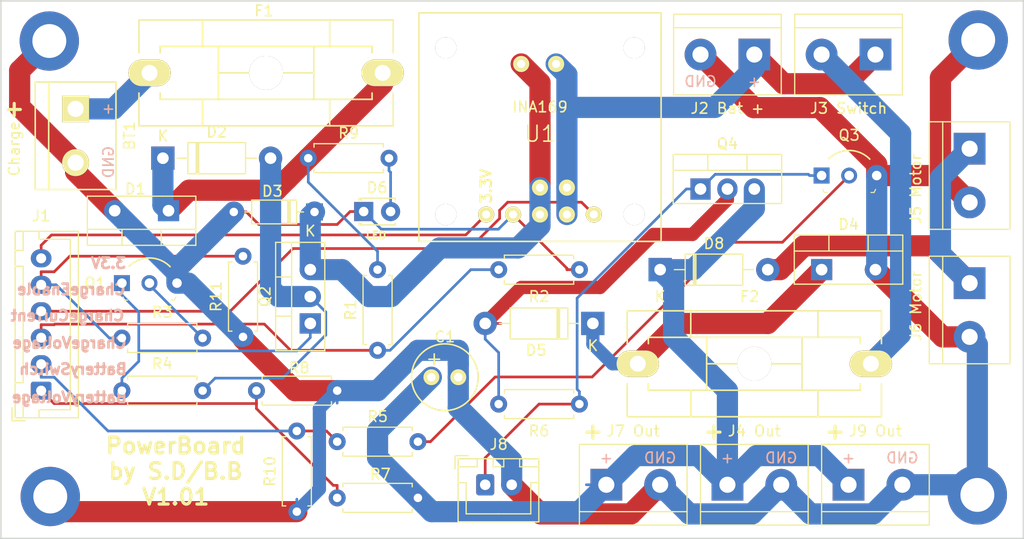
<source format=kicad_pcb>
(kicad_pcb (version 20171130) (host pcbnew "(5.1.9)-1")

  (general
    (thickness 1.6)
    (drawings 26)
    (tracks 247)
    (zones 0)
    (modules 40)
    (nets 23)
  )

  (page A4)
  (layers
    (0 F.Cu signal)
    (31 B.Cu signal)
    (32 B.Adhes user)
    (33 F.Adhes user)
    (34 B.Paste user)
    (35 F.Paste user)
    (36 B.SilkS user hide)
    (37 F.SilkS user)
    (38 B.Mask user)
    (39 F.Mask user)
    (40 Dwgs.User user)
    (41 Cmts.User user)
    (42 Eco1.User user)
    (43 Eco2.User user)
    (44 Edge.Cuts user)
    (45 Margin user)
    (46 B.CrtYd user)
    (47 F.CrtYd user)
    (48 B.Fab user hide)
    (49 F.Fab user hide)
  )

  (setup
    (last_trace_width 0.254)
    (user_trace_width 0.4)
    (user_trace_width 0.5)
    (user_trace_width 1.25)
    (user_trace_width 2)
    (user_trace_width 2.25)
    (trace_clearance 0.254)
    (zone_clearance 0.508)
    (zone_45_only no)
    (trace_min 0.2)
    (via_size 0.8)
    (via_drill 0.4)
    (via_min_size 0.4)
    (via_min_drill 0.3)
    (uvia_size 0.3)
    (uvia_drill 0.1)
    (uvias_allowed no)
    (uvia_min_size 0.2)
    (uvia_min_drill 0.1)
    (edge_width 0.05)
    (segment_width 0.2)
    (pcb_text_width 0.3)
    (pcb_text_size 1.5 1.5)
    (mod_edge_width 0.12)
    (mod_text_size 1 1)
    (mod_text_width 0.15)
    (pad_size 4.7 4.7)
    (pad_drill 2.7)
    (pad_to_mask_clearance 0)
    (aux_axis_origin 0 0)
    (visible_elements 7FFFFFFF)
    (pcbplotparams
      (layerselection 0x010fc_ffffffff)
      (usegerberextensions true)
      (usegerberattributes false)
      (usegerberadvancedattributes false)
      (creategerberjobfile false)
      (excludeedgelayer true)
      (linewidth 0.100000)
      (plotframeref false)
      (viasonmask false)
      (mode 1)
      (useauxorigin false)
      (hpglpennumber 1)
      (hpglpenspeed 20)
      (hpglpendiameter 15.000000)
      (psnegative false)
      (psa4output false)
      (plotreference true)
      (plotvalue false)
      (plotinvisibletext false)
      (padsonsilk false)
      (subtractmaskfromsilk true)
      (outputformat 1)
      (mirror false)
      (drillshape 0)
      (scaleselection 1)
      (outputdirectory "charge101gerber/"))
  )

  (net 0 "")
  (net 1 GND)
  (net 2 "Net-(BT1-Pad1)")
  (net 3 "Net-(C1-Pad1)")
  (net 4 "Net-(D1-Pad1)")
  (net 5 "Net-(D2-Pad2)")
  (net 6 "Net-(D3-Pad1)")
  (net 7 "Net-(D4-Pad1)")
  (net 8 "Net-(D5-Pad2)")
  (net 9 "Net-(F2-Pad1)")
  (net 10 pinChargeEnable)
  (net 11 pinChargeCurrent)
  (net 12 pinChargeVoltage)
  (net 13 pinBatterySwitch)
  (net 14 pinBatteryVoltage)
  (net 15 "Net-(J2-Pad1)")
  (net 16 "Net-(Q1-Pad1)")
  (net 17 "Net-(Q1-Pad2)")
  (net 18 "Net-(Q3-Pad2)")
  (net 19 +3V3)
  (net 20 "Net-(D6-Pad2)")
  (net 21 "Net-(J8-Pad1)")
  (net 22 "Net-(D8-Pad2)")

  (net_class Default "Dies ist die voreingestellte Netzklasse."
    (clearance 0.254)
    (trace_width 0.254)
    (via_dia 0.8)
    (via_drill 0.4)
    (uvia_dia 0.3)
    (uvia_drill 0.1)
    (diff_pair_width 0.254)
    (diff_pair_gap 0.254)
    (add_net +3V3)
    (add_net GND)
    (add_net "Net-(BT1-Pad1)")
    (add_net "Net-(C1-Pad1)")
    (add_net "Net-(D1-Pad1)")
    (add_net "Net-(D2-Pad2)")
    (add_net "Net-(D3-Pad1)")
    (add_net "Net-(D4-Pad1)")
    (add_net "Net-(D5-Pad2)")
    (add_net "Net-(D6-Pad2)")
    (add_net "Net-(D8-Pad2)")
    (add_net "Net-(F2-Pad1)")
    (add_net "Net-(J2-Pad1)")
    (add_net "Net-(J8-Pad1)")
    (add_net "Net-(Q1-Pad1)")
    (add_net "Net-(Q1-Pad2)")
    (add_net "Net-(Q3-Pad2)")
    (add_net pinBatterySwitch)
    (add_net pinBatteryVoltage)
    (add_net pinChargeCurrent)
    (add_net pinChargeEnable)
    (add_net pinChargeVoltage)
  )

  (net_class +24V ""
    (clearance 0.55)
    (trace_width 1.5)
    (via_dia 0.8)
    (via_drill 0.4)
    (uvia_dia 0.3)
    (uvia_drill 0.1)
    (diff_pair_width 0.55)
    (diff_pair_gap 1.5)
  )

  (net_class +3V ""
    (clearance 0.254)
    (trace_width 0.5)
    (via_dia 0.8)
    (via_drill 0.4)
    (uvia_dia 0.3)
    (uvia_drill 0.1)
    (diff_pair_width 0.5)
    (diff_pair_gap 0.5)
  )

  (module MountingHole:MountingHole_3.2mm_M3_DIN965_Pad_TopBottom (layer F.Cu) (tedit 56D1B4CB) (tstamp 60731518)
    (at 160.83 107.84)
    (descr "Mounting Hole 3.2mm, M3, DIN965")
    (tags "mounting hole 3.2mm m3 din965")
    (path /6073E1F7)
    (attr virtual)
    (fp_text reference H2 (at -4.18 -2.28) (layer F.Fab) hide
      (effects (font (size 1 1) (thickness 0.15)))
    )
    (fp_text value MountingHole_Pad (at -0.81 -7.51) (layer F.Fab) hide
      (effects (font (size 1 1) (thickness 0.15)))
    )
    (fp_circle (center 0 0) (end 2.8 0) (layer Cmts.User) (width 0.15))
    (fp_circle (center 0 0) (end 3.05 0) (layer F.CrtYd) (width 0.05))
    (fp_text user %R (at 0.3 0) (layer F.Fab) hide
      (effects (font (size 1 1) (thickness 0.15)))
    )
    (pad 1 connect circle (at 0 0) (size 5.6 5.6) (layers B.Cu B.Mask)
      (net 1 GND))
    (pad 1 connect circle (at 0 0) (size 5.6 5.6) (layers F.Cu F.Mask)
      (net 1 GND))
    (pad 1 thru_hole circle (at 0 0) (size 3.6 3.6) (drill 3.2) (layers *.Cu *.Mask)
      (net 1 GND))
  )

  (module MountingHole:MountingHole_3.2mm_M3_DIN965_Pad_TopBottom (layer F.Cu) (tedit 56D1B4CB) (tstamp 6073152C)
    (at 73.25 150.97)
    (descr "Mounting Hole 3.2mm, M3, DIN965")
    (tags "mounting hole 3.2mm m3 din965")
    (path /6073E5C5)
    (attr virtual)
    (fp_text reference H4 (at 0 -3.8) (layer F.Fab) hide
      (effects (font (size 1 1) (thickness 0.15)))
    )
    (fp_text value MountingHole_Pad (at 9.55 2.2) (layer F.Fab) hide
      (effects (font (size 1 1) (thickness 0.15)))
    )
    (fp_circle (center 0 0) (end 2.8 0) (layer Cmts.User) (width 0.15))
    (fp_circle (center 0 0) (end 3.05 0) (layer F.CrtYd) (width 0.05))
    (fp_text user %R (at 0.3 0) (layer F.Fab) hide
      (effects (font (size 1 1) (thickness 0.15)))
    )
    (pad 1 connect circle (at 0 0) (size 5.6 5.6) (layers B.Cu B.Mask)
      (net 1 GND))
    (pad 1 connect circle (at 0 0) (size 5.6 5.6) (layers F.Cu F.Mask)
      (net 1 GND))
    (pad 1 thru_hole circle (at 0 0) (size 3.6 3.6) (drill 3.2) (layers *.Cu *.Mask)
      (net 1 GND))
  )

  (module MountingHole:MountingHole_3.2mm_M3_DIN965_Pad_TopBottom (layer F.Cu) (tedit 56D1B4CB) (tstamp 60731522)
    (at 160.75 150.82)
    (descr "Mounting Hole 3.2mm, M3, DIN965")
    (tags "mounting hole 3.2mm m3 din965")
    (path /6073E399)
    (attr virtual)
    (fp_text reference H3 (at 0 -3.8) (layer F.Fab) hide
      (effects (font (size 1 1) (thickness 0.15)))
    )
    (fp_text value MountingHole_Pad (at 1.81 6.66) (layer F.Fab) hide
      (effects (font (size 1 1) (thickness 0.15)))
    )
    (fp_circle (center 0 0) (end 2.8 0) (layer Cmts.User) (width 0.15))
    (fp_circle (center 0 0) (end 3.05 0) (layer F.CrtYd) (width 0.05))
    (fp_text user %R (at 0.3 0) (layer F.Fab) hide
      (effects (font (size 1 1) (thickness 0.15)))
    )
    (pad 1 connect circle (at 0 0) (size 5.6 5.6) (layers B.Cu B.Mask)
      (net 1 GND))
    (pad 1 connect circle (at 0 0) (size 5.6 5.6) (layers F.Cu F.Mask)
      (net 1 GND))
    (pad 1 thru_hole circle (at 0 0) (size 3.6 3.6) (drill 3.2) (layers *.Cu *.Mask)
      (net 1 GND))
  )

  (module MountingHole:MountingHole_3.2mm_M3_DIN965_Pad_TopBottom (layer F.Cu) (tedit 56D1B4CB) (tstamp 6073150E)
    (at 73.16 107.94)
    (descr "Mounting Hole 3.2mm, M3, DIN965")
    (tags "mounting hole 3.2mm m3 din965")
    (path /6073B4AE)
    (attr virtual)
    (fp_text reference H1 (at 4.25 -17.77) (layer F.Fab) hide
      (effects (font (size 1 1) (thickness 0.15)))
    )
    (fp_text value MountingHole_Pad (at 12.49 -17.77) (layer F.Fab) hide
      (effects (font (size 1 1) (thickness 0.15)))
    )
    (fp_circle (center 0 0) (end 2.8 0) (layer Cmts.User) (width 0.15))
    (fp_circle (center 0 0) (end 3.05 0) (layer F.CrtYd) (width 0.05))
    (fp_text user %R (at 0.3 0) (layer F.Fab) hide
      (effects (font (size 1 1) (thickness 0.15)))
    )
    (pad 1 connect circle (at 0 0) (size 5.6 5.6) (layers B.Cu B.Mask)
      (net 1 GND))
    (pad 1 connect circle (at 0 0) (size 5.6 5.6) (layers F.Cu F.Mask)
      (net 1 GND))
    (pad 1 thru_hole circle (at 0 0) (size 3.6 3.6) (drill 3.2) (layers *.Cu *.Mask)
      (net 1 GND))
  )

  (module Resistor_THT:R_Axial_DIN0207_L6.3mm_D2.5mm_P7.62mm_Horizontal (layer F.Cu) (tedit 5AE5139B) (tstamp 60AC9EBA)
    (at 91.44 128.27 270)
    (descr "Resistor, Axial_DIN0207 series, Axial, Horizontal, pin pitch=7.62mm, 0.25W = 1/4W, length*diameter=6.3*2.5mm^2, http://cdn-reichelt.de/documents/datenblatt/B400/1_4W%23YAG.pdf")
    (tags "Resistor Axial_DIN0207 series Axial Horizontal pin pitch 7.62mm 0.25W = 1/4W length 6.3mm diameter 2.5mm")
    (path /60C5823D)
    (fp_text reference R11 (at 3.81 2.54 90) (layer F.SilkS)
      (effects (font (size 1 1) (thickness 0.15)))
    )
    (fp_text value 2k2 (at 3.81 2.37 90) (layer F.Fab)
      (effects (font (size 1 1) (thickness 0.15)))
    )
    (fp_line (start 0.66 -1.25) (end 0.66 1.25) (layer F.Fab) (width 0.1))
    (fp_line (start 0.66 1.25) (end 6.96 1.25) (layer F.Fab) (width 0.1))
    (fp_line (start 6.96 1.25) (end 6.96 -1.25) (layer F.Fab) (width 0.1))
    (fp_line (start 6.96 -1.25) (end 0.66 -1.25) (layer F.Fab) (width 0.1))
    (fp_line (start 0 0) (end 0.66 0) (layer F.Fab) (width 0.1))
    (fp_line (start 7.62 0) (end 6.96 0) (layer F.Fab) (width 0.1))
    (fp_line (start 0.54 -1.04) (end 0.54 -1.37) (layer F.SilkS) (width 0.12))
    (fp_line (start 0.54 -1.37) (end 7.08 -1.37) (layer F.SilkS) (width 0.12))
    (fp_line (start 7.08 -1.37) (end 7.08 -1.04) (layer F.SilkS) (width 0.12))
    (fp_line (start 0.54 1.04) (end 0.54 1.37) (layer F.SilkS) (width 0.12))
    (fp_line (start 0.54 1.37) (end 7.08 1.37) (layer F.SilkS) (width 0.12))
    (fp_line (start 7.08 1.37) (end 7.08 1.04) (layer F.SilkS) (width 0.12))
    (fp_line (start -1.05 -1.5) (end -1.05 1.5) (layer F.CrtYd) (width 0.05))
    (fp_line (start -1.05 1.5) (end 8.67 1.5) (layer F.CrtYd) (width 0.05))
    (fp_line (start 8.67 1.5) (end 8.67 -1.5) (layer F.CrtYd) (width 0.05))
    (fp_line (start 8.67 -1.5) (end -1.05 -1.5) (layer F.CrtYd) (width 0.05))
    (fp_text user %R (at 3.81 0 90) (layer F.Fab)
      (effects (font (size 1 1) (thickness 0.15)))
    )
    (pad 2 thru_hole oval (at 7.62 0 270) (size 1.6 1.6) (drill 0.8) (layers *.Cu *.Mask)
      (net 1 GND))
    (pad 1 thru_hole circle (at 0 0 270) (size 1.6 1.6) (drill 0.8) (layers *.Cu *.Mask)
      (net 10 pinChargeEnable))
    (model ${KISYS3DMOD}/Resistor_THT.3dshapes/R_Axial_DIN0207_L6.3mm_D2.5mm_P7.62mm_Horizontal.wrl
      (at (xyz 0 0 0))
      (scale (xyz 1 1 1))
      (rotate (xyz 0 0 0))
    )
  )

  (module TerminalBlock:TerminalBlock_bornier-2_P5.08mm (layer F.Cu) (tedit 59FF03AB) (tstamp 60AC87B9)
    (at 151.13 109.22 180)
    (descr "simple 2-pin terminal block, pitch 5.08mm, revamped version of bornier2")
    (tags "terminal block bornier2")
    (path /607207B7)
    (fp_text reference "J3 Switch" (at 2.54 -5.08) (layer F.SilkS)
      (effects (font (size 1 1) (thickness 0.15)))
    )
    (fp_text value "Power Switch" (at 2.54 5.08) (layer F.Fab)
      (effects (font (size 1 1) (thickness 0.15)))
    )
    (fp_line (start -2.41 2.55) (end 7.49 2.55) (layer F.Fab) (width 0.1))
    (fp_line (start -2.46 -3.75) (end -2.46 3.75) (layer F.Fab) (width 0.1))
    (fp_line (start -2.46 3.75) (end 7.54 3.75) (layer F.Fab) (width 0.1))
    (fp_line (start 7.54 3.75) (end 7.54 -3.75) (layer F.Fab) (width 0.1))
    (fp_line (start 7.54 -3.75) (end -2.46 -3.75) (layer F.Fab) (width 0.1))
    (fp_line (start 7.62 2.54) (end -2.54 2.54) (layer F.SilkS) (width 0.12))
    (fp_line (start 7.62 3.81) (end 7.62 -3.81) (layer F.SilkS) (width 0.12))
    (fp_line (start 7.62 -3.81) (end -2.54 -3.81) (layer F.SilkS) (width 0.12))
    (fp_line (start -2.54 -3.81) (end -2.54 3.81) (layer F.SilkS) (width 0.12))
    (fp_line (start -2.54 3.81) (end 7.62 3.81) (layer F.SilkS) (width 0.12))
    (fp_line (start -2.71 -4) (end 7.79 -4) (layer F.CrtYd) (width 0.05))
    (fp_line (start -2.71 -4) (end -2.71 4) (layer F.CrtYd) (width 0.05))
    (fp_line (start 7.79 4) (end 7.79 -4) (layer F.CrtYd) (width 0.05))
    (fp_line (start 7.79 4) (end -2.71 4) (layer F.CrtYd) (width 0.05))
    (fp_text user %R (at 2.54 0) (layer F.Fab)
      (effects (font (size 1 1) (thickness 0.15)))
    )
    (pad 2 thru_hole circle (at 5.08 0 180) (size 3 3) (drill 1.52) (layers *.Cu *.Mask)
      (net 9 "Net-(F2-Pad1)"))
    (pad 1 thru_hole rect (at 0 0 180) (size 3 3) (drill 1.52) (layers *.Cu *.Mask)
      (net 15 "Net-(J2-Pad1)"))
    (model ${KISYS3DMOD}/TerminalBlock.3dshapes/TerminalBlock_bornier-2_P5.08mm.wrl
      (offset (xyz 2.539999961853027 0 0))
      (scale (xyz 1 1 1))
      (rotate (xyz 0 0 0))
    )
  )

  (module TerminalBlock:TerminalBlock_bornier-2_P5.08mm (layer F.Cu) (tedit 59FF03AB) (tstamp 60AC7965)
    (at 139.7 109.22 180)
    (descr "simple 2-pin terminal block, pitch 5.08mm, revamped version of bornier2")
    (tags "terminal block bornier2")
    (path /60721ABE)
    (fp_text reference "J2 Bat +" (at 2.54 -5.08) (layer F.SilkS)
      (effects (font (size 1 1) (thickness 0.15)))
    )
    (fp_text value Battery (at 2.54 5.08) (layer F.Fab)
      (effects (font (size 1 1) (thickness 0.15)))
    )
    (fp_line (start -2.41 2.55) (end 7.49 2.55) (layer F.Fab) (width 0.1))
    (fp_line (start -2.46 -3.75) (end -2.46 3.75) (layer F.Fab) (width 0.1))
    (fp_line (start -2.46 3.75) (end 7.54 3.75) (layer F.Fab) (width 0.1))
    (fp_line (start 7.54 3.75) (end 7.54 -3.75) (layer F.Fab) (width 0.1))
    (fp_line (start 7.54 -3.75) (end -2.46 -3.75) (layer F.Fab) (width 0.1))
    (fp_line (start 7.62 2.54) (end -2.54 2.54) (layer F.SilkS) (width 0.12))
    (fp_line (start 7.62 3.81) (end 7.62 -3.81) (layer F.SilkS) (width 0.12))
    (fp_line (start 7.62 -3.81) (end -2.54 -3.81) (layer F.SilkS) (width 0.12))
    (fp_line (start -2.54 -3.81) (end -2.54 3.81) (layer F.SilkS) (width 0.12))
    (fp_line (start -2.54 3.81) (end 7.62 3.81) (layer F.SilkS) (width 0.12))
    (fp_line (start -2.71 -4) (end 7.79 -4) (layer F.CrtYd) (width 0.05))
    (fp_line (start -2.71 -4) (end -2.71 4) (layer F.CrtYd) (width 0.05))
    (fp_line (start 7.79 4) (end 7.79 -4) (layer F.CrtYd) (width 0.05))
    (fp_line (start 7.79 4) (end -2.71 4) (layer F.CrtYd) (width 0.05))
    (fp_text user %R (at 2.54 0) (layer F.Fab)
      (effects (font (size 1 1) (thickness 0.15)))
    )
    (pad 2 thru_hole circle (at 5.08 0 180) (size 3 3) (drill 1.52) (layers *.Cu *.Mask)
      (net 1 GND))
    (pad 1 thru_hole rect (at 0 0 180) (size 3 3) (drill 1.52) (layers *.Cu *.Mask)
      (net 15 "Net-(J2-Pad1)"))
    (model ${KISYS3DMOD}/TerminalBlock.3dshapes/TerminalBlock_bornier-2_P5.08mm.wrl
      (offset (xyz 2.539999961853027 0 0))
      (scale (xyz 1 1 1))
      (rotate (xyz 0 0 0))
    )
  )

  (module TerminalBlock:TerminalBlock_bornier-2_P5.08mm (layer F.Cu) (tedit 59FF03AB) (tstamp 60AC6A77)
    (at 160.02 118.11 270)
    (descr "simple 2-pin terminal block, pitch 5.08mm, revamped version of bornier2")
    (tags "terminal block bornier2")
    (path /60749513)
    (fp_text reference "J5 Motor" (at 3.81 5.08 90) (layer F.SilkS)
      (effects (font (size 1 1) (thickness 0.15)))
    )
    (fp_text value Motor_Drive (at 2.54 -2.54 90) (layer F.Fab)
      (effects (font (size 1 1) (thickness 0.15)))
    )
    (fp_line (start -2.41 2.55) (end 7.49 2.55) (layer F.Fab) (width 0.1))
    (fp_line (start -2.46 -3.75) (end -2.46 3.75) (layer F.Fab) (width 0.1))
    (fp_line (start -2.46 3.75) (end 7.54 3.75) (layer F.Fab) (width 0.1))
    (fp_line (start 7.54 3.75) (end 7.54 -3.75) (layer F.Fab) (width 0.1))
    (fp_line (start 7.54 -3.75) (end -2.46 -3.75) (layer F.Fab) (width 0.1))
    (fp_line (start 7.62 2.54) (end -2.54 2.54) (layer F.SilkS) (width 0.12))
    (fp_line (start 7.62 3.81) (end 7.62 -3.81) (layer F.SilkS) (width 0.12))
    (fp_line (start 7.62 -3.81) (end -2.54 -3.81) (layer F.SilkS) (width 0.12))
    (fp_line (start -2.54 -3.81) (end -2.54 3.81) (layer F.SilkS) (width 0.12))
    (fp_line (start -2.54 3.81) (end 7.62 3.81) (layer F.SilkS) (width 0.12))
    (fp_line (start -2.71 -4) (end 7.79 -4) (layer F.CrtYd) (width 0.05))
    (fp_line (start -2.71 -4) (end -2.71 4) (layer F.CrtYd) (width 0.05))
    (fp_line (start 7.79 4) (end 7.79 -4) (layer F.CrtYd) (width 0.05))
    (fp_line (start 7.79 4) (end -2.71 4) (layer F.CrtYd) (width 0.05))
    (fp_text user %R (at 2.54 0 90) (layer F.Fab)
      (effects (font (size 1 1) (thickness 0.15)))
    )
    (pad 2 thru_hole circle (at 5.08 0 270) (size 3 3) (drill 1.52) (layers *.Cu *.Mask)
      (net 1 GND))
    (pad 1 thru_hole rect (at 0 0 270) (size 3 3) (drill 1.52) (layers *.Cu *.Mask)
      (net 22 "Net-(D8-Pad2)"))
    (model ${KISYS3DMOD}/TerminalBlock.3dshapes/TerminalBlock_bornier-2_P5.08mm.wrl
      (offset (xyz 2.539999961853027 0 0))
      (scale (xyz 1 1 1))
      (rotate (xyz 0 0 0))
    )
  )

  (module TerminalBlock:TerminalBlock_bornier-2_P5.08mm (layer F.Cu) (tedit 59FF03AB) (tstamp 60AC5C24)
    (at 160.02 130.81 270)
    (descr "simple 2-pin terminal block, pitch 5.08mm, revamped version of bornier2")
    (tags "terminal block bornier2")
    (path /6074E527)
    (fp_text reference " J6 Motor" (at 2.54 5.08 90) (layer F.SilkS)
      (effects (font (size 1 1) (thickness 0.15)))
    )
    (fp_text value Motor_Cutter (at 2.54 -2.54 90) (layer F.Fab)
      (effects (font (size 1 1) (thickness 0.15)))
    )
    (fp_line (start -2.41 2.55) (end 7.49 2.55) (layer F.Fab) (width 0.1))
    (fp_line (start -2.46 -3.75) (end -2.46 3.75) (layer F.Fab) (width 0.1))
    (fp_line (start -2.46 3.75) (end 7.54 3.75) (layer F.Fab) (width 0.1))
    (fp_line (start 7.54 3.75) (end 7.54 -3.75) (layer F.Fab) (width 0.1))
    (fp_line (start 7.54 -3.75) (end -2.46 -3.75) (layer F.Fab) (width 0.1))
    (fp_line (start 7.62 2.54) (end -2.54 2.54) (layer F.SilkS) (width 0.12))
    (fp_line (start 7.62 3.81) (end 7.62 -3.81) (layer F.SilkS) (width 0.12))
    (fp_line (start 7.62 -3.81) (end -2.54 -3.81) (layer F.SilkS) (width 0.12))
    (fp_line (start -2.54 -3.81) (end -2.54 3.81) (layer F.SilkS) (width 0.12))
    (fp_line (start -2.54 3.81) (end 7.62 3.81) (layer F.SilkS) (width 0.12))
    (fp_line (start -2.71 -4) (end 7.79 -4) (layer F.CrtYd) (width 0.05))
    (fp_line (start -2.71 -4) (end -2.71 4) (layer F.CrtYd) (width 0.05))
    (fp_line (start 7.79 4) (end 7.79 -4) (layer F.CrtYd) (width 0.05))
    (fp_line (start 7.79 4) (end -2.71 4) (layer F.CrtYd) (width 0.05))
    (fp_text user %R (at 2.54 0 90) (layer F.Fab)
      (effects (font (size 1 1) (thickness 0.15)))
    )
    (pad 2 thru_hole circle (at 5.08 0 270) (size 3 3) (drill 1.52) (layers *.Cu *.Mask)
      (net 1 GND))
    (pad 1 thru_hole rect (at 0 0 270) (size 3 3) (drill 1.52) (layers *.Cu *.Mask)
      (net 22 "Net-(D8-Pad2)"))
    (model ${KISYS3DMOD}/TerminalBlock.3dshapes/TerminalBlock_bornier-2_P5.08mm.wrl
      (offset (xyz 2.539999961853027 0 0))
      (scale (xyz 1 1 1))
      (rotate (xyz 0 0 0))
    )
  )

  (module TerminalBlock:TerminalBlock_bornier-2_P5.08mm (layer F.Cu) (tedit 59FF03AB) (tstamp 60AC24EB)
    (at 125.73 149.86)
    (descr "simple 2-pin terminal block, pitch 5.08mm, revamped version of bornier2")
    (tags "terminal block bornier2")
    (path /6074E736)
    (fp_text reference "J7 Out" (at 2.54 -5.08) (layer F.SilkS)
      (effects (font (size 1 1) (thickness 0.15)))
    )
    (fp_text value "24V Out" (at 2.54 6.35) (layer F.Fab)
      (effects (font (size 1 1) (thickness 0.15)))
    )
    (fp_line (start -2.41 2.55) (end 7.49 2.55) (layer F.Fab) (width 0.1))
    (fp_line (start -2.46 -3.75) (end -2.46 3.75) (layer F.Fab) (width 0.1))
    (fp_line (start -2.46 3.75) (end 7.54 3.75) (layer F.Fab) (width 0.1))
    (fp_line (start 7.54 3.75) (end 7.54 -3.75) (layer F.Fab) (width 0.1))
    (fp_line (start 7.54 -3.75) (end -2.46 -3.75) (layer F.Fab) (width 0.1))
    (fp_line (start 7.62 2.54) (end -2.54 2.54) (layer F.SilkS) (width 0.12))
    (fp_line (start 7.62 3.81) (end 7.62 -3.81) (layer F.SilkS) (width 0.12))
    (fp_line (start 7.62 -3.81) (end -2.54 -3.81) (layer F.SilkS) (width 0.12))
    (fp_line (start -2.54 -3.81) (end -2.54 3.81) (layer F.SilkS) (width 0.12))
    (fp_line (start -2.54 3.81) (end 7.62 3.81) (layer F.SilkS) (width 0.12))
    (fp_line (start -2.71 -4) (end 7.79 -4) (layer F.CrtYd) (width 0.05))
    (fp_line (start -2.71 -4) (end -2.71 4) (layer F.CrtYd) (width 0.05))
    (fp_line (start 7.79 4) (end 7.79 -4) (layer F.CrtYd) (width 0.05))
    (fp_line (start 7.79 4) (end -2.71 4) (layer F.CrtYd) (width 0.05))
    (fp_text user %R (at 2.54 0) (layer F.Fab)
      (effects (font (size 1 1) (thickness 0.15)))
    )
    (pad 2 thru_hole circle (at 5.08 0) (size 3 3) (drill 1.52) (layers *.Cu *.Mask)
      (net 1 GND))
    (pad 1 thru_hole rect (at 0 0) (size 3 3) (drill 1.52) (layers *.Cu *.Mask)
      (net 3 "Net-(C1-Pad1)"))
    (model ${KISYS3DMOD}/TerminalBlock.3dshapes/TerminalBlock_bornier-2_P5.08mm.wrl
      (offset (xyz 2.539999961853027 0 0))
      (scale (xyz 1 1 1))
      (rotate (xyz 0 0 0))
    )
  )

  (module TerminalBlock:TerminalBlock_bornier-2_P5.08mm (layer F.Cu) (tedit 59FF03AB) (tstamp 60AC164E)
    (at 137.16 149.86)
    (descr "simple 2-pin terminal block, pitch 5.08mm, revamped version of bornier2")
    (tags "terminal block bornier2")
    (path /609318F2)
    (fp_text reference "J4 Out" (at 2.54 -5.08) (layer F.SilkS)
      (effects (font (size 1 1) (thickness 0.15)))
    )
    (fp_text value "24V Out" (at 3.81 6.35) (layer F.Fab)
      (effects (font (size 1 1) (thickness 0.15)))
    )
    (fp_line (start -2.41 2.55) (end 7.49 2.55) (layer F.Fab) (width 0.1))
    (fp_line (start -2.46 -3.75) (end -2.46 3.75) (layer F.Fab) (width 0.1))
    (fp_line (start -2.46 3.75) (end 7.54 3.75) (layer F.Fab) (width 0.1))
    (fp_line (start 7.54 3.75) (end 7.54 -3.75) (layer F.Fab) (width 0.1))
    (fp_line (start 7.54 -3.75) (end -2.46 -3.75) (layer F.Fab) (width 0.1))
    (fp_line (start 7.62 2.54) (end -2.54 2.54) (layer F.SilkS) (width 0.12))
    (fp_line (start 7.62 3.81) (end 7.62 -3.81) (layer F.SilkS) (width 0.12))
    (fp_line (start 7.62 -3.81) (end -2.54 -3.81) (layer F.SilkS) (width 0.12))
    (fp_line (start -2.54 -3.81) (end -2.54 3.81) (layer F.SilkS) (width 0.12))
    (fp_line (start -2.54 3.81) (end 7.62 3.81) (layer F.SilkS) (width 0.12))
    (fp_line (start -2.71 -4) (end 7.79 -4) (layer F.CrtYd) (width 0.05))
    (fp_line (start -2.71 -4) (end -2.71 4) (layer F.CrtYd) (width 0.05))
    (fp_line (start 7.79 4) (end 7.79 -4) (layer F.CrtYd) (width 0.05))
    (fp_line (start 7.79 4) (end -2.71 4) (layer F.CrtYd) (width 0.05))
    (fp_text user %R (at 2.54 0) (layer F.Fab)
      (effects (font (size 1 1) (thickness 0.15)))
    )
    (pad 2 thru_hole circle (at 5.08 0) (size 3 3) (drill 1.52) (layers *.Cu *.Mask)
      (net 1 GND))
    (pad 1 thru_hole rect (at 0 0) (size 3 3) (drill 1.52) (layers *.Cu *.Mask)
      (net 3 "Net-(C1-Pad1)"))
    (model ${KISYS3DMOD}/TerminalBlock.3dshapes/TerminalBlock_bornier-2_P5.08mm.wrl
      (offset (xyz 2.539999961853027 0 0))
      (scale (xyz 1 1 1))
      (rotate (xyz 0 0 0))
    )
  )

  (module TerminalBlock:TerminalBlock_bornier-2_P5.08mm (layer F.Cu) (tedit 59FF03AB) (tstamp 60AC092C)
    (at 148.59 149.86)
    (descr "simple 2-pin terminal block, pitch 5.08mm, revamped version of bornier2")
    (tags "terminal block bornier2")
    (path /60BDF668)
    (fp_text reference "J9 Out" (at 2.54 -5.08) (layer F.SilkS)
      (effects (font (size 1 1) (thickness 0.15)))
    )
    (fp_text value "24V out" (at 2.54 6.35) (layer F.Fab)
      (effects (font (size 1 1) (thickness 0.15)))
    )
    (fp_line (start -2.41 2.55) (end 7.49 2.55) (layer F.Fab) (width 0.1))
    (fp_line (start -2.46 -3.75) (end -2.46 3.75) (layer F.Fab) (width 0.1))
    (fp_line (start -2.46 3.75) (end 7.54 3.75) (layer F.Fab) (width 0.1))
    (fp_line (start 7.54 3.75) (end 7.54 -3.75) (layer F.Fab) (width 0.1))
    (fp_line (start 7.54 -3.75) (end -2.46 -3.75) (layer F.Fab) (width 0.1))
    (fp_line (start 7.62 2.54) (end -2.54 2.54) (layer F.SilkS) (width 0.12))
    (fp_line (start 7.62 3.81) (end 7.62 -3.81) (layer F.SilkS) (width 0.12))
    (fp_line (start 7.62 -3.81) (end -2.54 -3.81) (layer F.SilkS) (width 0.12))
    (fp_line (start -2.54 -3.81) (end -2.54 3.81) (layer F.SilkS) (width 0.12))
    (fp_line (start -2.54 3.81) (end 7.62 3.81) (layer F.SilkS) (width 0.12))
    (fp_line (start -2.71 -4) (end 7.79 -4) (layer F.CrtYd) (width 0.05))
    (fp_line (start -2.71 -4) (end -2.71 4) (layer F.CrtYd) (width 0.05))
    (fp_line (start 7.79 4) (end 7.79 -4) (layer F.CrtYd) (width 0.05))
    (fp_line (start 7.79 4) (end -2.71 4) (layer F.CrtYd) (width 0.05))
    (fp_text user %R (at 2.54 0) (layer F.Fab)
      (effects (font (size 1 1) (thickness 0.15)))
    )
    (pad 2 thru_hole circle (at 5.08 0) (size 3 3) (drill 1.52) (layers *.Cu *.Mask)
      (net 1 GND))
    (pad 1 thru_hole rect (at 0 0) (size 3 3) (drill 1.52) (layers *.Cu *.Mask)
      (net 3 "Net-(C1-Pad1)"))
    (model ${KISYS3DMOD}/TerminalBlock.3dshapes/TerminalBlock_bornier-2_P5.08mm.wrl
      (offset (xyz 2.539999961853027 0 0))
      (scale (xyz 1 1 1))
      (rotate (xyz 0 0 0))
    )
  )

  (module Package_TO_SOT_THT:TO-220-3_Vertical (layer F.Cu) (tedit 5AC8BA0D) (tstamp 60ABA28A)
    (at 97.79 134.62 90)
    (descr "TO-220-3, Vertical, RM 2.54mm, see https://www.vishay.com/docs/66542/to-220-1.pdf")
    (tags "TO-220-3 Vertical RM 2.54mm")
    (path /60B519B7)
    (fp_text reference Q2 (at 2.54 -4.27 90) (layer F.SilkS)
      (effects (font (size 1 1) (thickness 0.15)))
    )
    (fp_text value IRF9540N (at 2.54 2.5 90) (layer F.Fab)
      (effects (font (size 1 1) (thickness 0.15)))
    )
    (fp_line (start -2.46 -3.15) (end -2.46 1.25) (layer F.Fab) (width 0.1))
    (fp_line (start -2.46 1.25) (end 7.54 1.25) (layer F.Fab) (width 0.1))
    (fp_line (start 7.54 1.25) (end 7.54 -3.15) (layer F.Fab) (width 0.1))
    (fp_line (start 7.54 -3.15) (end -2.46 -3.15) (layer F.Fab) (width 0.1))
    (fp_line (start -2.46 -1.88) (end 7.54 -1.88) (layer F.Fab) (width 0.1))
    (fp_line (start 0.69 -3.15) (end 0.69 -1.88) (layer F.Fab) (width 0.1))
    (fp_line (start 4.39 -3.15) (end 4.39 -1.88) (layer F.Fab) (width 0.1))
    (fp_line (start -2.58 -3.27) (end 7.66 -3.27) (layer F.SilkS) (width 0.12))
    (fp_line (start -2.58 1.371) (end 7.66 1.371) (layer F.SilkS) (width 0.12))
    (fp_line (start -2.58 -3.27) (end -2.58 1.371) (layer F.SilkS) (width 0.12))
    (fp_line (start 7.66 -3.27) (end 7.66 1.371) (layer F.SilkS) (width 0.12))
    (fp_line (start -2.58 -1.76) (end 7.66 -1.76) (layer F.SilkS) (width 0.12))
    (fp_line (start 0.69 -3.27) (end 0.69 -1.76) (layer F.SilkS) (width 0.12))
    (fp_line (start 4.391 -3.27) (end 4.391 -1.76) (layer F.SilkS) (width 0.12))
    (fp_line (start -2.71 -3.4) (end -2.71 1.51) (layer F.CrtYd) (width 0.05))
    (fp_line (start -2.71 1.51) (end 7.79 1.51) (layer F.CrtYd) (width 0.05))
    (fp_line (start 7.79 1.51) (end 7.79 -3.4) (layer F.CrtYd) (width 0.05))
    (fp_line (start 7.79 -3.4) (end -2.71 -3.4) (layer F.CrtYd) (width 0.05))
    (fp_text user %R (at 2.54 -4.27 90) (layer F.Fab)
      (effects (font (size 1 1) (thickness 0.15)))
    )
    (pad 3 thru_hole oval (at 5.08 0 90) (size 1.905 2) (drill 1.1) (layers *.Cu *.Mask)
      (net 6 "Net-(D3-Pad1)"))
    (pad 2 thru_hole oval (at 2.54 0 90) (size 1.905 2) (drill 1.1) (layers *.Cu *.Mask)
      (net 5 "Net-(D2-Pad2)"))
    (pad 1 thru_hole rect (at 0 0 90) (size 1.905 2) (drill 1.1) (layers *.Cu *.Mask)
      (net 16 "Net-(Q1-Pad1)"))
    (model ${KISYS3DMOD}/Package_TO_SOT_THT.3dshapes/TO-220-3_Vertical.wrl
      (at (xyz 0 0 0))
      (scale (xyz 1 1 1))
      (rotate (xyz 0 0 0))
    )
  )

  (module Package_TO_SOT_THT:TO-220-3_Vertical (layer F.Cu) (tedit 5AC8BA0D) (tstamp 60AB8E07)
    (at 134.62 121.92)
    (descr "TO-220-3, Vertical, RM 2.54mm, see https://www.vishay.com/docs/66542/to-220-1.pdf")
    (tags "TO-220-3 Vertical RM 2.54mm")
    (path /60B1B32A)
    (fp_text reference Q4 (at 2.54 -4.27) (layer F.SilkS)
      (effects (font (size 1 1) (thickness 0.15)))
    )
    (fp_text value IRF9540N (at 2.54 2.5) (layer F.Fab)
      (effects (font (size 1 1) (thickness 0.15)))
    )
    (fp_line (start 7.79 -3.4) (end -2.71 -3.4) (layer F.CrtYd) (width 0.05))
    (fp_line (start 7.79 1.51) (end 7.79 -3.4) (layer F.CrtYd) (width 0.05))
    (fp_line (start -2.71 1.51) (end 7.79 1.51) (layer F.CrtYd) (width 0.05))
    (fp_line (start -2.71 -3.4) (end -2.71 1.51) (layer F.CrtYd) (width 0.05))
    (fp_line (start 4.391 -3.27) (end 4.391 -1.76) (layer F.SilkS) (width 0.12))
    (fp_line (start 0.69 -3.27) (end 0.69 -1.76) (layer F.SilkS) (width 0.12))
    (fp_line (start -2.58 -1.76) (end 7.66 -1.76) (layer F.SilkS) (width 0.12))
    (fp_line (start 7.66 -3.27) (end 7.66 1.371) (layer F.SilkS) (width 0.12))
    (fp_line (start -2.58 -3.27) (end -2.58 1.371) (layer F.SilkS) (width 0.12))
    (fp_line (start -2.58 1.371) (end 7.66 1.371) (layer F.SilkS) (width 0.12))
    (fp_line (start -2.58 -3.27) (end 7.66 -3.27) (layer F.SilkS) (width 0.12))
    (fp_line (start 4.39 -3.15) (end 4.39 -1.88) (layer F.Fab) (width 0.1))
    (fp_line (start 0.69 -3.15) (end 0.69 -1.88) (layer F.Fab) (width 0.1))
    (fp_line (start -2.46 -1.88) (end 7.54 -1.88) (layer F.Fab) (width 0.1))
    (fp_line (start 7.54 -3.15) (end -2.46 -3.15) (layer F.Fab) (width 0.1))
    (fp_line (start 7.54 1.25) (end 7.54 -3.15) (layer F.Fab) (width 0.1))
    (fp_line (start -2.46 1.25) (end 7.54 1.25) (layer F.Fab) (width 0.1))
    (fp_line (start -2.46 -3.15) (end -2.46 1.25) (layer F.Fab) (width 0.1))
    (fp_text user %R (at 2.54 -4.27) (layer F.Fab)
      (effects (font (size 1 1) (thickness 0.15)))
    )
    (pad 3 thru_hole oval (at 5.08 0) (size 1.905 2) (drill 1.1) (layers *.Cu *.Mask)
      (net 3 "Net-(C1-Pad1)"))
    (pad 2 thru_hole oval (at 2.54 0) (size 1.905 2) (drill 1.1) (layers *.Cu *.Mask)
      (net 8 "Net-(D5-Pad2)"))
    (pad 1 thru_hole rect (at 0 0) (size 1.905 2) (drill 1.1) (layers *.Cu *.Mask)
      (net 21 "Net-(J8-Pad1)"))
    (model ${KISYS3DMOD}/Package_TO_SOT_THT.3dshapes/TO-220-3_Vertical.wrl
      (at (xyz 0 0 0))
      (scale (xyz 1 1 1))
      (rotate (xyz 0 0 0))
    )
  )

  (module Diode_THT:D_DO-41_SOD81_P10.16mm_Horizontal (layer F.Cu) (tedit 5AE50CD5) (tstamp 60AB6354)
    (at 130.81 129.54)
    (descr "Diode, DO-41_SOD81 series, Axial, Horizontal, pin pitch=10.16mm, , length*diameter=5.2*2.7mm^2, , http://www.diodes.com/_files/packages/DO-41%20(Plastic).pdf")
    (tags "Diode DO-41_SOD81 series Axial Horizontal pin pitch 10.16mm  length 5.2mm diameter 2.7mm")
    (path /60ABC1BF)
    (fp_text reference D8 (at 5.08 -2.47) (layer F.SilkS)
      (effects (font (size 1 1) (thickness 0.15)))
    )
    (fp_text value SB1240 (at 5.08 2.47) (layer F.Fab)
      (effects (font (size 1 1) (thickness 0.15)))
    )
    (fp_line (start 11.51 -1.6) (end -1.35 -1.6) (layer F.CrtYd) (width 0.05))
    (fp_line (start 11.51 1.6) (end 11.51 -1.6) (layer F.CrtYd) (width 0.05))
    (fp_line (start -1.35 1.6) (end 11.51 1.6) (layer F.CrtYd) (width 0.05))
    (fp_line (start -1.35 -1.6) (end -1.35 1.6) (layer F.CrtYd) (width 0.05))
    (fp_line (start 3.14 -1.47) (end 3.14 1.47) (layer F.SilkS) (width 0.12))
    (fp_line (start 3.38 -1.47) (end 3.38 1.47) (layer F.SilkS) (width 0.12))
    (fp_line (start 3.26 -1.47) (end 3.26 1.47) (layer F.SilkS) (width 0.12))
    (fp_line (start 8.82 0) (end 7.8 0) (layer F.SilkS) (width 0.12))
    (fp_line (start 1.34 0) (end 2.36 0) (layer F.SilkS) (width 0.12))
    (fp_line (start 7.8 -1.47) (end 2.36 -1.47) (layer F.SilkS) (width 0.12))
    (fp_line (start 7.8 1.47) (end 7.8 -1.47) (layer F.SilkS) (width 0.12))
    (fp_line (start 2.36 1.47) (end 7.8 1.47) (layer F.SilkS) (width 0.12))
    (fp_line (start 2.36 -1.47) (end 2.36 1.47) (layer F.SilkS) (width 0.12))
    (fp_line (start 3.16 -1.35) (end 3.16 1.35) (layer F.Fab) (width 0.1))
    (fp_line (start 3.36 -1.35) (end 3.36 1.35) (layer F.Fab) (width 0.1))
    (fp_line (start 3.26 -1.35) (end 3.26 1.35) (layer F.Fab) (width 0.1))
    (fp_line (start 10.16 0) (end 7.68 0) (layer F.Fab) (width 0.1))
    (fp_line (start 0 0) (end 2.48 0) (layer F.Fab) (width 0.1))
    (fp_line (start 7.68 -1.35) (end 2.48 -1.35) (layer F.Fab) (width 0.1))
    (fp_line (start 7.68 1.35) (end 7.68 -1.35) (layer F.Fab) (width 0.1))
    (fp_line (start 2.48 1.35) (end 7.68 1.35) (layer F.Fab) (width 0.1))
    (fp_line (start 2.48 -1.35) (end 2.48 1.35) (layer F.Fab) (width 0.1))
    (fp_text user K (at 0 2.54) (layer F.SilkS)
      (effects (font (size 1 1) (thickness 0.15)))
    )
    (fp_text user K (at 0 -2.1) (layer F.Fab)
      (effects (font (size 1 1) (thickness 0.15)))
    )
    (fp_text user %R (at 5.47 0) (layer F.Fab)
      (effects (font (size 1 1) (thickness 0.15)))
    )
    (pad 2 thru_hole oval (at 10.16 0) (size 2.2 2.2) (drill 1.1) (layers *.Cu *.Mask)
      (net 22 "Net-(D8-Pad2)"))
    (pad 1 thru_hole rect (at 0 0) (size 2.2 2.2) (drill 1.1) (layers *.Cu *.Mask)
      (net 3 "Net-(C1-Pad1)"))
    (model ${KISYS3DMOD}/Diode_THT.3dshapes/D_DO-41_SOD81_P10.16mm_Horizontal.wrl
      (at (xyz 0 0 0))
      (scale (xyz 1 1 1))
      (rotate (xyz 0 0 0))
    )
  )

  (module Resistor_THT:R_Axial_DIN0207_L6.3mm_D2.5mm_P7.62mm_Horizontal (layer F.Cu) (tedit 5AE5139B) (tstamp 60AA0D13)
    (at 96.52 144.78 270)
    (descr "Resistor, Axial_DIN0207 series, Axial, Horizontal, pin pitch=7.62mm, 0.25W = 1/4W, length*diameter=6.3*2.5mm^2, http://cdn-reichelt.de/documents/datenblatt/B400/1_4W%23YAG.pdf")
    (tags "Resistor Axial_DIN0207 series Axial Horizontal pin pitch 7.62mm 0.25W = 1/4W length 6.3mm diameter 2.5mm")
    (path /60AB9B49)
    (fp_text reference R10 (at 3.81 2.54 90) (layer F.SilkS)
      (effects (font (size 1 1) (thickness 0.15)))
    )
    (fp_text value 2k2 (at 3.81 2.37 90) (layer F.Fab)
      (effects (font (size 1 1) (thickness 0.15)))
    )
    (fp_line (start 8.67 -1.5) (end -1.05 -1.5) (layer F.CrtYd) (width 0.05))
    (fp_line (start 8.67 1.5) (end 8.67 -1.5) (layer F.CrtYd) (width 0.05))
    (fp_line (start -1.05 1.5) (end 8.67 1.5) (layer F.CrtYd) (width 0.05))
    (fp_line (start -1.05 -1.5) (end -1.05 1.5) (layer F.CrtYd) (width 0.05))
    (fp_line (start 7.08 1.37) (end 7.08 1.04) (layer F.SilkS) (width 0.12))
    (fp_line (start 0.54 1.37) (end 7.08 1.37) (layer F.SilkS) (width 0.12))
    (fp_line (start 0.54 1.04) (end 0.54 1.37) (layer F.SilkS) (width 0.12))
    (fp_line (start 7.08 -1.37) (end 7.08 -1.04) (layer F.SilkS) (width 0.12))
    (fp_line (start 0.54 -1.37) (end 7.08 -1.37) (layer F.SilkS) (width 0.12))
    (fp_line (start 0.54 -1.04) (end 0.54 -1.37) (layer F.SilkS) (width 0.12))
    (fp_line (start 7.62 0) (end 6.96 0) (layer F.Fab) (width 0.1))
    (fp_line (start 0 0) (end 0.66 0) (layer F.Fab) (width 0.1))
    (fp_line (start 6.96 -1.25) (end 0.66 -1.25) (layer F.Fab) (width 0.1))
    (fp_line (start 6.96 1.25) (end 6.96 -1.25) (layer F.Fab) (width 0.1))
    (fp_line (start 0.66 1.25) (end 6.96 1.25) (layer F.Fab) (width 0.1))
    (fp_line (start 0.66 -1.25) (end 0.66 1.25) (layer F.Fab) (width 0.1))
    (fp_text user %R (at 3.81 0 90) (layer F.Fab)
      (effects (font (size 1 1) (thickness 0.15)))
    )
    (pad 2 thru_hole oval (at 7.62 0 270) (size 1.6 1.6) (drill 0.8) (layers *.Cu *.Mask)
      (net 1 GND))
    (pad 1 thru_hole circle (at 0 0 270) (size 1.6 1.6) (drill 0.8) (layers *.Cu *.Mask)
      (net 13 pinBatterySwitch))
    (model ${KISYS3DMOD}/Resistor_THT.3dshapes/R_Axial_DIN0207_L6.3mm_D2.5mm_P7.62mm_Horizontal.wrl
      (at (xyz 0 0 0))
      (scale (xyz 1 1 1))
      (rotate (xyz 0 0 0))
    )
  )

  (module Connector_JST:JST_XH_B2B-XH-A_1x02_P2.50mm_Vertical (layer F.Cu) (tedit 5C28146C) (tstamp 60AA0ADE)
    (at 114.3 149.86)
    (descr "JST XH series connector, B2B-XH-A (http://www.jst-mfg.com/product/pdf/eng/eXH.pdf), generated with kicad-footprint-generator")
    (tags "connector JST XH vertical")
    (path /60AA2A4C)
    (fp_text reference J8 (at 1.27 -3.81) (layer F.SilkS)
      (effects (font (size 1 1) (thickness 0.15)))
    )
    (fp_text value Start (at 1.25 4.6) (layer F.Fab)
      (effects (font (size 1 1) (thickness 0.15)))
    )
    (fp_line (start -2.85 -2.75) (end -2.85 -1.5) (layer F.SilkS) (width 0.12))
    (fp_line (start -1.6 -2.75) (end -2.85 -2.75) (layer F.SilkS) (width 0.12))
    (fp_line (start 4.3 2.75) (end 1.25 2.75) (layer F.SilkS) (width 0.12))
    (fp_line (start 4.3 -0.2) (end 4.3 2.75) (layer F.SilkS) (width 0.12))
    (fp_line (start 5.05 -0.2) (end 4.3 -0.2) (layer F.SilkS) (width 0.12))
    (fp_line (start -1.8 2.75) (end 1.25 2.75) (layer F.SilkS) (width 0.12))
    (fp_line (start -1.8 -0.2) (end -1.8 2.75) (layer F.SilkS) (width 0.12))
    (fp_line (start -2.55 -0.2) (end -1.8 -0.2) (layer F.SilkS) (width 0.12))
    (fp_line (start 5.05 -2.45) (end 3.25 -2.45) (layer F.SilkS) (width 0.12))
    (fp_line (start 5.05 -1.7) (end 5.05 -2.45) (layer F.SilkS) (width 0.12))
    (fp_line (start 3.25 -1.7) (end 5.05 -1.7) (layer F.SilkS) (width 0.12))
    (fp_line (start 3.25 -2.45) (end 3.25 -1.7) (layer F.SilkS) (width 0.12))
    (fp_line (start -0.75 -2.45) (end -2.55 -2.45) (layer F.SilkS) (width 0.12))
    (fp_line (start -0.75 -1.7) (end -0.75 -2.45) (layer F.SilkS) (width 0.12))
    (fp_line (start -2.55 -1.7) (end -0.75 -1.7) (layer F.SilkS) (width 0.12))
    (fp_line (start -2.55 -2.45) (end -2.55 -1.7) (layer F.SilkS) (width 0.12))
    (fp_line (start 1.75 -2.45) (end 0.75 -2.45) (layer F.SilkS) (width 0.12))
    (fp_line (start 1.75 -1.7) (end 1.75 -2.45) (layer F.SilkS) (width 0.12))
    (fp_line (start 0.75 -1.7) (end 1.75 -1.7) (layer F.SilkS) (width 0.12))
    (fp_line (start 0.75 -2.45) (end 0.75 -1.7) (layer F.SilkS) (width 0.12))
    (fp_line (start 0 -1.35) (end 0.625 -2.35) (layer F.Fab) (width 0.1))
    (fp_line (start -0.625 -2.35) (end 0 -1.35) (layer F.Fab) (width 0.1))
    (fp_line (start 5.45 -2.85) (end -2.95 -2.85) (layer F.CrtYd) (width 0.05))
    (fp_line (start 5.45 3.9) (end 5.45 -2.85) (layer F.CrtYd) (width 0.05))
    (fp_line (start -2.95 3.9) (end 5.45 3.9) (layer F.CrtYd) (width 0.05))
    (fp_line (start -2.95 -2.85) (end -2.95 3.9) (layer F.CrtYd) (width 0.05))
    (fp_line (start 5.06 -2.46) (end -2.56 -2.46) (layer F.SilkS) (width 0.12))
    (fp_line (start 5.06 3.51) (end 5.06 -2.46) (layer F.SilkS) (width 0.12))
    (fp_line (start -2.56 3.51) (end 5.06 3.51) (layer F.SilkS) (width 0.12))
    (fp_line (start -2.56 -2.46) (end -2.56 3.51) (layer F.SilkS) (width 0.12))
    (fp_line (start 4.95 -2.35) (end -2.45 -2.35) (layer F.Fab) (width 0.1))
    (fp_line (start 4.95 3.4) (end 4.95 -2.35) (layer F.Fab) (width 0.1))
    (fp_line (start -2.45 3.4) (end 4.95 3.4) (layer F.Fab) (width 0.1))
    (fp_line (start -2.45 -2.35) (end -2.45 3.4) (layer F.Fab) (width 0.1))
    (pad 2 thru_hole oval (at 2.5 0) (size 1.7 2) (drill 1) (layers *.Cu *.Mask)
      (net 1 GND))
    (pad 1 thru_hole roundrect (at 0 0) (size 1.7 2) (drill 1) (layers *.Cu *.Mask) (roundrect_rratio 0.1470588235294118)
      (net 21 "Net-(J8-Pad1)"))
    (model ${KISYS3DMOD}/Connector_JST.3dshapes/JST_XH_B2B-XH-A_1x02_P2.50mm_Vertical.wrl
      (at (xyz 0 0 0))
      (scale (xyz 1 1 1))
      (rotate (xyz 0 0 0))
    )
  )

  (module Connector_JST:JST_XH_B6B-XH-A_1x06_P2.50mm_Vertical (layer F.Cu) (tedit 5C28146C) (tstamp 60720539)
    (at 72.39 140.97 90)
    (descr "JST XH series connector, B6B-XH-A (http://www.jst-mfg.com/product/pdf/eng/eXH.pdf), generated with kicad-footprint-generator")
    (tags "connector JST XH vertical")
    (path /607FC1A2)
    (fp_text reference J1 (at 16.51 0 180) (layer F.SilkS)
      (effects (font (size 1 1) (thickness 0.15)))
    )
    (fp_text value PCB_1 (at 6.25 4.6 90) (layer F.Fab)
      (effects (font (size 1 1) (thickness 0.15)))
    )
    (fp_line (start -2.85 -2.75) (end -2.85 -1.5) (layer F.SilkS) (width 0.12))
    (fp_line (start -1.6 -2.75) (end -2.85 -2.75) (layer F.SilkS) (width 0.12))
    (fp_line (start 14.3 2.75) (end 6.25 2.75) (layer F.SilkS) (width 0.12))
    (fp_line (start 14.3 -0.2) (end 14.3 2.75) (layer F.SilkS) (width 0.12))
    (fp_line (start 15.05 -0.2) (end 14.3 -0.2) (layer F.SilkS) (width 0.12))
    (fp_line (start -1.8 2.75) (end 6.25 2.75) (layer F.SilkS) (width 0.12))
    (fp_line (start -1.8 -0.2) (end -1.8 2.75) (layer F.SilkS) (width 0.12))
    (fp_line (start -2.55 -0.2) (end -1.8 -0.2) (layer F.SilkS) (width 0.12))
    (fp_line (start 15.05 -2.45) (end 13.25 -2.45) (layer F.SilkS) (width 0.12))
    (fp_line (start 15.05 -1.7) (end 15.05 -2.45) (layer F.SilkS) (width 0.12))
    (fp_line (start 13.25 -1.7) (end 15.05 -1.7) (layer F.SilkS) (width 0.12))
    (fp_line (start 13.25 -2.45) (end 13.25 -1.7) (layer F.SilkS) (width 0.12))
    (fp_line (start -0.75 -2.45) (end -2.55 -2.45) (layer F.SilkS) (width 0.12))
    (fp_line (start -0.75 -1.7) (end -0.75 -2.45) (layer F.SilkS) (width 0.12))
    (fp_line (start -2.55 -1.7) (end -0.75 -1.7) (layer F.SilkS) (width 0.12))
    (fp_line (start -2.55 -2.45) (end -2.55 -1.7) (layer F.SilkS) (width 0.12))
    (fp_line (start 11.75 -2.45) (end 0.75 -2.45) (layer F.SilkS) (width 0.12))
    (fp_line (start 11.75 -1.7) (end 11.75 -2.45) (layer F.SilkS) (width 0.12))
    (fp_line (start 0.75 -1.7) (end 11.75 -1.7) (layer F.SilkS) (width 0.12))
    (fp_line (start 0.75 -2.45) (end 0.75 -1.7) (layer F.SilkS) (width 0.12))
    (fp_line (start 0 -1.35) (end 0.625 -2.35) (layer F.Fab) (width 0.1))
    (fp_line (start -0.625 -2.35) (end 0 -1.35) (layer F.Fab) (width 0.1))
    (fp_line (start 15.45 -2.85) (end -2.95 -2.85) (layer F.CrtYd) (width 0.05))
    (fp_line (start 15.45 3.9) (end 15.45 -2.85) (layer F.CrtYd) (width 0.05))
    (fp_line (start -2.95 3.9) (end 15.45 3.9) (layer F.CrtYd) (width 0.05))
    (fp_line (start -2.95 -2.85) (end -2.95 3.9) (layer F.CrtYd) (width 0.05))
    (fp_line (start 15.06 -2.46) (end -2.56 -2.46) (layer F.SilkS) (width 0.12))
    (fp_line (start 15.06 3.51) (end 15.06 -2.46) (layer F.SilkS) (width 0.12))
    (fp_line (start -2.56 3.51) (end 15.06 3.51) (layer F.SilkS) (width 0.12))
    (fp_line (start -2.56 -2.46) (end -2.56 3.51) (layer F.SilkS) (width 0.12))
    (fp_line (start 14.95 -2.35) (end -2.45 -2.35) (layer F.Fab) (width 0.1))
    (fp_line (start 14.95 3.4) (end 14.95 -2.35) (layer F.Fab) (width 0.1))
    (fp_line (start -2.45 3.4) (end 14.95 3.4) (layer F.Fab) (width 0.1))
    (fp_line (start -2.45 -2.35) (end -2.45 3.4) (layer F.Fab) (width 0.1))
    (fp_text user %R (at 6.25 2.7 90) (layer F.Fab)
      (effects (font (size 1 1) (thickness 0.15)))
    )
    (pad 6 thru_hole oval (at 12.5 0 90) (size 1.7 1.95) (drill 0.95) (layers *.Cu *.Mask)
      (net 19 +3V3))
    (pad 5 thru_hole oval (at 10 0 90) (size 1.7 1.95) (drill 0.95) (layers *.Cu *.Mask)
      (net 10 pinChargeEnable))
    (pad 4 thru_hole oval (at 7.5 0 90) (size 1.7 1.95) (drill 0.95) (layers *.Cu *.Mask)
      (net 11 pinChargeCurrent))
    (pad 3 thru_hole oval (at 5 0 90) (size 1.7 1.95) (drill 0.95) (layers *.Cu *.Mask)
      (net 12 pinChargeVoltage))
    (pad 2 thru_hole oval (at 2.5 0 90) (size 1.7 1.95) (drill 0.95) (layers *.Cu *.Mask)
      (net 13 pinBatterySwitch))
    (pad 1 thru_hole roundrect (at 0 0 90) (size 1.7 1.95) (drill 0.95) (layers *.Cu *.Mask) (roundrect_rratio 0.1470588235294118)
      (net 14 pinBatteryVoltage))
    (model ${KISYS3DMOD}/Connector_JST.3dshapes/JST_XH_B6B-XH-A_1x06_P2.50mm_Vertical.wrl
      (at (xyz 0 0 0))
      (scale (xyz 1 1 1))
      (rotate (xyz 0 0 0))
    )
  )

  (module LED_THT:LED_D1.8mm_W3.3mm_H2.4mm (layer F.Cu) (tedit 5880A862) (tstamp 60731407)
    (at 102.83 124.05)
    (descr "LED, Round,  Rectangular size 3.3x2.4mm^2 diameter 1.8mm, 2 pins")
    (tags "LED Round  Rectangular size 3.3x2.4mm^2 diameter 1.8mm 2 pins")
    (path /6073C265)
    (fp_text reference D6 (at 1.27 -2.26) (layer F.SilkS)
      (effects (font (size 1 1) (thickness 0.15)))
    )
    (fp_text value LED (at 1.16 2.24) (layer F.SilkS)
      (effects (font (size 0.7 0.7) (thickness 0.15)))
    )
    (fp_line (start 3.7 -1.55) (end -1.15 -1.55) (layer F.CrtYd) (width 0.05))
    (fp_line (start 3.7 1.55) (end 3.7 -1.55) (layer F.CrtYd) (width 0.05))
    (fp_line (start -1.15 1.55) (end 3.7 1.55) (layer F.CrtYd) (width 0.05))
    (fp_line (start -1.15 -1.55) (end -1.15 1.55) (layer F.CrtYd) (width 0.05))
    (fp_line (start -0.2 1.08) (end -0.2 1.26) (layer F.SilkS) (width 0.12))
    (fp_line (start -0.2 -1.26) (end -0.2 -1.08) (layer F.SilkS) (width 0.12))
    (fp_line (start -0.32 1.08) (end -0.32 1.26) (layer F.SilkS) (width 0.12))
    (fp_line (start -0.32 -1.26) (end -0.32 -1.08) (layer F.SilkS) (width 0.12))
    (fp_line (start 2.98 1.095) (end 2.98 1.26) (layer F.SilkS) (width 0.12))
    (fp_line (start 2.98 -1.26) (end 2.98 -1.095) (layer F.SilkS) (width 0.12))
    (fp_line (start -0.44 1.08) (end -0.44 1.26) (layer F.SilkS) (width 0.12))
    (fp_line (start -0.44 -1.26) (end -0.44 -1.08) (layer F.SilkS) (width 0.12))
    (fp_line (start -0.44 1.26) (end 2.98 1.26) (layer F.SilkS) (width 0.12))
    (fp_line (start -0.44 -1.26) (end 2.98 -1.26) (layer F.SilkS) (width 0.12))
    (fp_line (start 2.92 -1.2) (end -0.38 -1.2) (layer F.Fab) (width 0.1))
    (fp_line (start 2.92 1.2) (end 2.92 -1.2) (layer F.Fab) (width 0.1))
    (fp_line (start -0.38 1.2) (end 2.92 1.2) (layer F.Fab) (width 0.1))
    (fp_line (start -0.38 -1.2) (end -0.38 1.2) (layer F.Fab) (width 0.1))
    (fp_circle (center 1.27 0) (end 2.17 0) (layer F.Fab) (width 0.1))
    (pad 2 thru_hole circle (at 2.54 0) (size 1.8 1.8) (drill 0.9) (layers *.Cu *.Mask)
      (net 20 "Net-(D6-Pad2)"))
    (pad 1 thru_hole rect (at 0 0) (size 1.8 1.8) (drill 0.9) (layers *.Cu *.Mask)
      (net 1 GND))
    (model ${KISYS3DMOD}/LED_THT.3dshapes/LED_D1.8mm_W3.3mm_H2.4mm.wrl
      (at (xyz 0 0 0))
      (scale (xyz 1 1 1))
      (rotate (xyz 0 0 0))
    )
  )

  (module Resistor_THT:R_Axial_DIN0207_L6.3mm_D2.5mm_P7.62mm_Horizontal (layer F.Cu) (tedit 5AE5139B) (tstamp 60730A9B)
    (at 97.6 119.01)
    (descr "Resistor, Axial_DIN0207 series, Axial, Horizontal, pin pitch=7.62mm, 0.25W = 1/4W, length*diameter=6.3*2.5mm^2, http://cdn-reichelt.de/documents/datenblatt/B400/1_4W%23YAG.pdf")
    (tags "Resistor Axial_DIN0207 series Axial Horizontal pin pitch 7.62mm 0.25W = 1/4W length 6.3mm diameter 2.5mm")
    (path /60730CD6)
    (fp_text reference R9 (at 3.81 -2.37) (layer F.SilkS)
      (effects (font (size 1 1) (thickness 0.15)))
    )
    (fp_text value 4.7kO (at 3.81 2.37) (layer F.Fab)
      (effects (font (size 1 1) (thickness 0.15)))
    )
    (fp_line (start 8.67 -1.5) (end -1.05 -1.5) (layer F.CrtYd) (width 0.05))
    (fp_line (start 8.67 1.5) (end 8.67 -1.5) (layer F.CrtYd) (width 0.05))
    (fp_line (start -1.05 1.5) (end 8.67 1.5) (layer F.CrtYd) (width 0.05))
    (fp_line (start -1.05 -1.5) (end -1.05 1.5) (layer F.CrtYd) (width 0.05))
    (fp_line (start 7.08 1.37) (end 7.08 1.04) (layer F.SilkS) (width 0.12))
    (fp_line (start 0.54 1.37) (end 7.08 1.37) (layer F.SilkS) (width 0.12))
    (fp_line (start 0.54 1.04) (end 0.54 1.37) (layer F.SilkS) (width 0.12))
    (fp_line (start 7.08 -1.37) (end 7.08 -1.04) (layer F.SilkS) (width 0.12))
    (fp_line (start 0.54 -1.37) (end 7.08 -1.37) (layer F.SilkS) (width 0.12))
    (fp_line (start 0.54 -1.04) (end 0.54 -1.37) (layer F.SilkS) (width 0.12))
    (fp_line (start 7.62 0) (end 6.96 0) (layer F.Fab) (width 0.1))
    (fp_line (start 0 0) (end 0.66 0) (layer F.Fab) (width 0.1))
    (fp_line (start 6.96 -1.25) (end 0.66 -1.25) (layer F.Fab) (width 0.1))
    (fp_line (start 6.96 1.25) (end 6.96 -1.25) (layer F.Fab) (width 0.1))
    (fp_line (start 0.66 1.25) (end 6.96 1.25) (layer F.Fab) (width 0.1))
    (fp_line (start 0.66 -1.25) (end 0.66 1.25) (layer F.Fab) (width 0.1))
    (fp_text user %R (at 3.18 -0.05) (layer F.Fab)
      (effects (font (size 1 1) (thickness 0.15)))
    )
    (pad 2 thru_hole oval (at 7.62 0) (size 1.6 1.6) (drill 0.8) (layers *.Cu *.Mask)
      (net 20 "Net-(D6-Pad2)"))
    (pad 1 thru_hole circle (at 0 0) (size 1.6 1.6) (drill 0.8) (layers *.Cu *.Mask)
      (net 4 "Net-(D1-Pad1)"))
    (model ${KISYS3DMOD}/Resistor_THT.3dshapes/R_Axial_DIN0207_L6.3mm_D2.5mm_P7.62mm_Horizontal.wrl
      (at (xyz 0 0 0))
      (scale (xyz 1 1 1))
      (rotate (xyz 0 0 0))
    )
  )

  (module Zimprich:INA169_mit_Pinnummern (layer F.Cu) (tedit 57322366) (tstamp 607206F3)
    (at 119.47 116.71)
    (path /60718D60)
    (fp_text reference U1 (at 0 0 180) (layer F.SilkS)
      (effects (font (size 1.5 1.5) (thickness 0.15)))
    )
    (fp_text value INA169 (at 0 -2.54 180) (layer F.SilkS)
      (effects (font (size 1 1) (thickness 0.15)))
    )
    (fp_line (start 11.43 10.16) (end -11.43 10.16) (layer F.SilkS) (width 0.15))
    (fp_line (start -11.43 -8.89) (end -11.43 -11.43) (layer F.SilkS) (width 0.15))
    (fp_line (start -11.43 -11.43) (end 11.43 -11.43) (layer F.SilkS) (width 0.15))
    (fp_line (start 11.43 -11.43) (end 11.43 -8.89) (layer F.SilkS) (width 0.15))
    (fp_line (start 11.43 -8.89) (end 11.43 -10.16) (layer F.SilkS) (width 0.15))
    (fp_line (start 11.43 10.16) (end 11.43 -8.89) (layer F.SilkS) (width 0.15))
    (fp_line (start -11.43 -8.89) (end -11.43 10.16) (layer F.SilkS) (width 0.15))
    (pad 4 thru_hole circle (at 2.54 5.08) (size 1.524 1.524) (drill 0.762) (layers *.Cu *.Mask F.SilkS)
      (net 15 "Net-(J2-Pad1)"))
    (pad 5 thru_hole circle (at 0 5.08) (size 1.524 1.524) (drill 0.762) (layers *.Cu *.Mask F.SilkS)
      (net 6 "Net-(D3-Pad1)"))
    (pad 5 thru_hole circle (at 0 7.62) (size 1.524 1.524) (drill 0.762) (layers *.Cu *.Mask F.SilkS)
      (net 6 "Net-(D3-Pad1)"))
    (pad 4 thru_hole circle (at 2.54 7.62) (size 1.524 1.524) (drill 0.762) (layers *.Cu *.Mask F.SilkS)
      (net 15 "Net-(J2-Pad1)"))
    (pad "" thru_hole circle (at 8.89 -8.128) (size 2 2) (drill 2) (layers *.Cu *.Mask F.SilkS))
    (pad "" thru_hole circle (at -8.89 -8.128) (size 2 2) (drill 2) (layers *.Cu *.Mask F.SilkS))
    (pad "" thru_hole circle (at 8.89 7.62) (size 2 2) (drill 2) (layers *.Cu *.Mask F.SilkS))
    (pad "" thru_hole circle (at -8.89 7.62) (size 2 2) (drill 2) (layers *.Cu *.Mask F.SilkS))
    (pad 4 thru_hole circle (at 1.524 -6.604) (size 1.524 1.524) (drill 0.762) (layers *.Cu *.Mask F.SilkS)
      (net 15 "Net-(J2-Pad1)"))
    (pad 5 thru_hole circle (at -1.778 -6.604) (size 1.524 1.524) (drill 0.762) (layers *.Cu *.Mask F.SilkS)
      (net 6 "Net-(D3-Pad1)"))
    (pad 3 thru_hole circle (at 5.08 7.62) (size 1.524 1.524) (drill 0.762) (layers *.Cu *.Mask F.SilkS)
      (net 11 pinChargeCurrent))
    (pad 1 thru_hole circle (at -5.08 7.62) (size 1.524 1.524) (drill 0.762) (layers *.Cu *.Mask F.SilkS)
      (net 19 +3V3))
    (pad 2 thru_hole circle (at -2.54 7.62) (size 1.524 1.524) (drill 0.762) (layers *.Cu *.Mask F.SilkS)
      (net 1 GND))
    (model ${KISYS3DMOD}/Socket_Strips.3dshapes/Socket_Strip_Straight_1x05.wrl
      (offset (xyz 0 -7.619999885559082 0))
      (scale (xyz 1 1 1))
      (rotate (xyz 0 0 0))
    )
    (model ${KISYS3DMOD}/Socket_Strips.3dshapes/Socket_Strip_Straight_1x02.wrl
      (offset (xyz 1.269999980926514 -5.079999923706055 0))
      (scale (xyz 1 1 1))
      (rotate (xyz 0 0 0))
    )
    (model ${KISYS3DMOD}/Socket_Strips.3dshapes/Socket_Strip_Straight_1x01.wrl
      (offset (xyz -1.777999973297119 6.349999904632568 0))
      (scale (xyz 1 1 1))
      (rotate (xyz 0 0 0))
    )
    (model ${KISYS3DMOD}/Socket_Strips.3dshapes/Socket_Strip_Straight_1x01.wrl
      (offset (xyz 1.523999977111816 6.349999904632568 0))
      (scale (xyz 1 1 1))
      (rotate (xyz 0 0 0))
    )
  )

  (module Resistor_THT:R_Axial_DIN0207_L6.3mm_D2.5mm_P7.62mm_Horizontal (layer F.Cu) (tedit 5AE5139B) (tstamp 607206DB)
    (at 92.71 140.97)
    (descr "Resistor, Axial_DIN0207 series, Axial, Horizontal, pin pitch=7.62mm, 0.25W = 1/4W, length*diameter=6.3*2.5mm^2, http://cdn-reichelt.de/documents/datenblatt/B400/1_4W%23YAG.pdf")
    (tags "Resistor Axial_DIN0207 series Axial Horizontal pin pitch 7.62mm 0.25W = 1/4W length 6.3mm diameter 2.5mm")
    (path /6075CAE4)
    (fp_text reference R8 (at 4.04 -2.15) (layer F.SilkS)
      (effects (font (size 1 1) (thickness 0.15)))
    )
    (fp_text value 10k (at 10.57 0.91) (layer F.Fab)
      (effects (font (size 1 1) (thickness 0.15)))
    )
    (fp_line (start 0.66 -1.25) (end 0.66 1.25) (layer F.Fab) (width 0.1))
    (fp_line (start 0.66 1.25) (end 6.96 1.25) (layer F.Fab) (width 0.1))
    (fp_line (start 6.96 1.25) (end 6.96 -1.25) (layer F.Fab) (width 0.1))
    (fp_line (start 6.96 -1.25) (end 0.66 -1.25) (layer F.Fab) (width 0.1))
    (fp_line (start 0 0) (end 0.66 0) (layer F.Fab) (width 0.1))
    (fp_line (start 7.62 0) (end 6.96 0) (layer F.Fab) (width 0.1))
    (fp_line (start 0.54 -1.04) (end 0.54 -1.37) (layer F.SilkS) (width 0.12))
    (fp_line (start 0.54 -1.37) (end 7.08 -1.37) (layer F.SilkS) (width 0.12))
    (fp_line (start 7.08 -1.37) (end 7.08 -1.04) (layer F.SilkS) (width 0.12))
    (fp_line (start 0.54 1.04) (end 0.54 1.37) (layer F.SilkS) (width 0.12))
    (fp_line (start 0.54 1.37) (end 7.08 1.37) (layer F.SilkS) (width 0.12))
    (fp_line (start 7.08 1.37) (end 7.08 1.04) (layer F.SilkS) (width 0.12))
    (fp_line (start -1.05 -1.5) (end -1.05 1.5) (layer F.CrtYd) (width 0.05))
    (fp_line (start -1.05 1.5) (end 8.67 1.5) (layer F.CrtYd) (width 0.05))
    (fp_line (start 8.67 1.5) (end 8.67 -1.5) (layer F.CrtYd) (width 0.05))
    (fp_line (start 8.67 -1.5) (end -1.05 -1.5) (layer F.CrtYd) (width 0.05))
    (fp_text user %R (at 3.81 0) (layer F.Fab)
      (effects (font (size 1 1) (thickness 0.15)))
    )
    (pad 2 thru_hole oval (at 7.62 0) (size 1.6 1.6) (drill 0.8) (layers *.Cu *.Mask)
      (net 1 GND))
    (pad 1 thru_hole circle (at 0 0) (size 1.6 1.6) (drill 0.8) (layers *.Cu *.Mask)
      (net 14 pinBatteryVoltage))
    (model ${KISYS3DMOD}/Resistor_THT.3dshapes/R_Axial_DIN0207_L6.3mm_D2.5mm_P7.62mm_Horizontal.wrl
      (at (xyz 0 0 0))
      (scale (xyz 1 1 1))
      (rotate (xyz 0 0 0))
    )
  )

  (module Resistor_THT:R_Axial_DIN0207_L6.3mm_D2.5mm_P7.62mm_Horizontal (layer F.Cu) (tedit 5AE5139B) (tstamp 607206C4)
    (at 107.95 151.1 180)
    (descr "Resistor, Axial_DIN0207 series, Axial, Horizontal, pin pitch=7.62mm, 0.25W = 1/4W, length*diameter=6.3*2.5mm^2, http://cdn-reichelt.de/documents/datenblatt/B400/1_4W%23YAG.pdf")
    (tags "Resistor Axial_DIN0207 series Axial Horizontal pin pitch 7.62mm 0.25W = 1/4W length 6.3mm diameter 2.5mm")
    (path /6075C810)
    (fp_text reference R7 (at 3.55 2.24) (layer F.SilkS)
      (effects (font (size 1 1) (thickness 0.15)))
    )
    (fp_text value 100k (at 4.15 -2.37) (layer F.Fab)
      (effects (font (size 1 1) (thickness 0.15)))
    )
    (fp_line (start 0.66 -1.25) (end 0.66 1.25) (layer F.Fab) (width 0.1))
    (fp_line (start 0.66 1.25) (end 6.96 1.25) (layer F.Fab) (width 0.1))
    (fp_line (start 6.96 1.25) (end 6.96 -1.25) (layer F.Fab) (width 0.1))
    (fp_line (start 6.96 -1.25) (end 0.66 -1.25) (layer F.Fab) (width 0.1))
    (fp_line (start 0 0) (end 0.66 0) (layer F.Fab) (width 0.1))
    (fp_line (start 7.62 0) (end 6.96 0) (layer F.Fab) (width 0.1))
    (fp_line (start 0.54 -1.04) (end 0.54 -1.37) (layer F.SilkS) (width 0.12))
    (fp_line (start 0.54 -1.37) (end 7.08 -1.37) (layer F.SilkS) (width 0.12))
    (fp_line (start 7.08 -1.37) (end 7.08 -1.04) (layer F.SilkS) (width 0.12))
    (fp_line (start 0.54 1.04) (end 0.54 1.37) (layer F.SilkS) (width 0.12))
    (fp_line (start 0.54 1.37) (end 7.08 1.37) (layer F.SilkS) (width 0.12))
    (fp_line (start 7.08 1.37) (end 7.08 1.04) (layer F.SilkS) (width 0.12))
    (fp_line (start -1.05 -1.5) (end -1.05 1.5) (layer F.CrtYd) (width 0.05))
    (fp_line (start -1.05 1.5) (end 8.67 1.5) (layer F.CrtYd) (width 0.05))
    (fp_line (start 8.67 1.5) (end 8.67 -1.5) (layer F.CrtYd) (width 0.05))
    (fp_line (start 8.67 -1.5) (end -1.05 -1.5) (layer F.CrtYd) (width 0.05))
    (fp_text user %R (at 3.81 0) (layer F.Fab)
      (effects (font (size 1 1) (thickness 0.15)))
    )
    (pad 2 thru_hole oval (at 7.62 0 180) (size 1.6 1.6) (drill 0.8) (layers *.Cu *.Mask)
      (net 14 pinBatteryVoltage))
    (pad 1 thru_hole circle (at 0 0 180) (size 1.6 1.6) (drill 0.8) (layers *.Cu *.Mask)
      (net 3 "Net-(C1-Pad1)"))
    (model ${KISYS3DMOD}/Resistor_THT.3dshapes/R_Axial_DIN0207_L6.3mm_D2.5mm_P7.62mm_Horizontal.wrl
      (at (xyz 0 0 0))
      (scale (xyz 1 1 1))
      (rotate (xyz 0 0 0))
    )
  )

  (module Resistor_THT:R_Axial_DIN0207_L6.3mm_D2.5mm_P7.62mm_Horizontal (layer F.Cu) (tedit 5AE5139B) (tstamp 607206AD)
    (at 115.57 142.24)
    (descr "Resistor, Axial_DIN0207 series, Axial, Horizontal, pin pitch=7.62mm, 0.25W = 1/4W, length*diameter=6.3*2.5mm^2, http://cdn-reichelt.de/documents/datenblatt/B400/1_4W%23YAG.pdf")
    (tags "Resistor Axial_DIN0207 series Axial Horizontal pin pitch 7.62mm 0.25W = 1/4W length 6.3mm diameter 2.5mm")
    (path /60740775)
    (fp_text reference R6 (at 3.81 2.54) (layer F.SilkS)
      (effects (font (size 1 1) (thickness 0.15)))
    )
    (fp_text value 4k7 (at 3.82 -2.4) (layer F.Fab)
      (effects (font (size 1 1) (thickness 0.15)))
    )
    (fp_line (start 0.66 -1.25) (end 0.66 1.25) (layer F.Fab) (width 0.1))
    (fp_line (start 0.66 1.25) (end 6.96 1.25) (layer F.Fab) (width 0.1))
    (fp_line (start 6.96 1.25) (end 6.96 -1.25) (layer F.Fab) (width 0.1))
    (fp_line (start 6.96 -1.25) (end 0.66 -1.25) (layer F.Fab) (width 0.1))
    (fp_line (start 0 0) (end 0.66 0) (layer F.Fab) (width 0.1))
    (fp_line (start 7.62 0) (end 6.96 0) (layer F.Fab) (width 0.1))
    (fp_line (start 0.54 -1.04) (end 0.54 -1.37) (layer F.SilkS) (width 0.12))
    (fp_line (start 0.54 -1.37) (end 7.08 -1.37) (layer F.SilkS) (width 0.12))
    (fp_line (start 7.08 -1.37) (end 7.08 -1.04) (layer F.SilkS) (width 0.12))
    (fp_line (start 0.54 1.04) (end 0.54 1.37) (layer F.SilkS) (width 0.12))
    (fp_line (start 0.54 1.37) (end 7.08 1.37) (layer F.SilkS) (width 0.12))
    (fp_line (start 7.08 1.37) (end 7.08 1.04) (layer F.SilkS) (width 0.12))
    (fp_line (start -1.05 -1.5) (end -1.05 1.5) (layer F.CrtYd) (width 0.05))
    (fp_line (start -1.05 1.5) (end 8.67 1.5) (layer F.CrtYd) (width 0.05))
    (fp_line (start 8.67 1.5) (end 8.67 -1.5) (layer F.CrtYd) (width 0.05))
    (fp_line (start 8.67 -1.5) (end -1.05 -1.5) (layer F.CrtYd) (width 0.05))
    (fp_text user %R (at 3.81 0) (layer F.Fab)
      (effects (font (size 1 1) (thickness 0.15)))
    )
    (pad 2 thru_hole oval (at 7.62 0) (size 1.6 1.6) (drill 0.8) (layers *.Cu *.Mask)
      (net 21 "Net-(J8-Pad1)"))
    (pad 1 thru_hole circle (at 0 0) (size 1.6 1.6) (drill 0.8) (layers *.Cu *.Mask)
      (net 8 "Net-(D5-Pad2)"))
    (model ${KISYS3DMOD}/Resistor_THT.3dshapes/R_Axial_DIN0207_L6.3mm_D2.5mm_P7.62mm_Horizontal.wrl
      (at (xyz 0 0 0))
      (scale (xyz 1 1 1))
      (rotate (xyz 0 0 0))
    )
  )

  (module Resistor_THT:R_Axial_DIN0207_L6.3mm_D2.5mm_P7.62mm_Horizontal (layer F.Cu) (tedit 5AE5139B) (tstamp 60720696)
    (at 100.33 145.79)
    (descr "Resistor, Axial_DIN0207 series, Axial, Horizontal, pin pitch=7.62mm, 0.25W = 1/4W, length*diameter=6.3*2.5mm^2, http://cdn-reichelt.de/documents/datenblatt/B400/1_4W%23YAG.pdf")
    (tags "Resistor Axial_DIN0207 series Axial Horizontal pin pitch 7.62mm 0.25W = 1/4W length 6.3mm diameter 2.5mm")
    (path /6073CDAC)
    (fp_text reference R5 (at 3.81 -2.37) (layer F.SilkS)
      (effects (font (size 1 1) (thickness 0.15)))
    )
    (fp_text value 4k7 (at 3.81 2.37) (layer F.Fab)
      (effects (font (size 1 1) (thickness 0.15)))
    )
    (fp_line (start 0.66 -1.25) (end 0.66 1.25) (layer F.Fab) (width 0.1))
    (fp_line (start 0.66 1.25) (end 6.96 1.25) (layer F.Fab) (width 0.1))
    (fp_line (start 6.96 1.25) (end 6.96 -1.25) (layer F.Fab) (width 0.1))
    (fp_line (start 6.96 -1.25) (end 0.66 -1.25) (layer F.Fab) (width 0.1))
    (fp_line (start 0 0) (end 0.66 0) (layer F.Fab) (width 0.1))
    (fp_line (start 7.62 0) (end 6.96 0) (layer F.Fab) (width 0.1))
    (fp_line (start 0.54 -1.04) (end 0.54 -1.37) (layer F.SilkS) (width 0.12))
    (fp_line (start 0.54 -1.37) (end 7.08 -1.37) (layer F.SilkS) (width 0.12))
    (fp_line (start 7.08 -1.37) (end 7.08 -1.04) (layer F.SilkS) (width 0.12))
    (fp_line (start 0.54 1.04) (end 0.54 1.37) (layer F.SilkS) (width 0.12))
    (fp_line (start 0.54 1.37) (end 7.08 1.37) (layer F.SilkS) (width 0.12))
    (fp_line (start 7.08 1.37) (end 7.08 1.04) (layer F.SilkS) (width 0.12))
    (fp_line (start -1.05 -1.5) (end -1.05 1.5) (layer F.CrtYd) (width 0.05))
    (fp_line (start -1.05 1.5) (end 8.67 1.5) (layer F.CrtYd) (width 0.05))
    (fp_line (start 8.67 1.5) (end 8.67 -1.5) (layer F.CrtYd) (width 0.05))
    (fp_line (start 8.67 -1.5) (end -1.05 -1.5) (layer F.CrtYd) (width 0.05))
    (fp_text user %R (at 3.81 0) (layer F.Fab)
      (effects (font (size 1 1) (thickness 0.15)))
    )
    (pad 2 thru_hole oval (at 7.62 0) (size 1.6 1.6) (drill 0.8) (layers *.Cu *.Mask)
      (net 18 "Net-(Q3-Pad2)"))
    (pad 1 thru_hole circle (at 0 0) (size 1.6 1.6) (drill 0.8) (layers *.Cu *.Mask)
      (net 13 pinBatterySwitch))
    (model ${KISYS3DMOD}/Resistor_THT.3dshapes/R_Axial_DIN0207_L6.3mm_D2.5mm_P7.62mm_Horizontal.wrl
      (at (xyz 0 0 0))
      (scale (xyz 1 1 1))
      (rotate (xyz 0 0 0))
    )
  )

  (module Resistor_THT:R_Axial_DIN0207_L6.3mm_D2.5mm_P7.62mm_Horizontal (layer F.Cu) (tedit 5AE5139B) (tstamp 6072067F)
    (at 87.63 140.97 180)
    (descr "Resistor, Axial_DIN0207 series, Axial, Horizontal, pin pitch=7.62mm, 0.25W = 1/4W, length*diameter=6.3*2.5mm^2, http://cdn-reichelt.de/documents/datenblatt/B400/1_4W%23YAG.pdf")
    (tags "Resistor Axial_DIN0207 series Axial Horizontal pin pitch 7.62mm 0.25W = 1/4W length 6.3mm diameter 2.5mm")
    (path /60712C09)
    (fp_text reference R4 (at 3.81 2.54) (layer F.SilkS)
      (effects (font (size 1 1) (thickness 0.15)))
    )
    (fp_text value 4k7 (at 3.81 2.37) (layer F.Fab)
      (effects (font (size 1 1) (thickness 0.15)))
    )
    (fp_line (start 0.66 -1.25) (end 0.66 1.25) (layer F.Fab) (width 0.1))
    (fp_line (start 0.66 1.25) (end 6.96 1.25) (layer F.Fab) (width 0.1))
    (fp_line (start 6.96 1.25) (end 6.96 -1.25) (layer F.Fab) (width 0.1))
    (fp_line (start 6.96 -1.25) (end 0.66 -1.25) (layer F.Fab) (width 0.1))
    (fp_line (start 0 0) (end 0.66 0) (layer F.Fab) (width 0.1))
    (fp_line (start 7.62 0) (end 6.96 0) (layer F.Fab) (width 0.1))
    (fp_line (start 0.54 -1.04) (end 0.54 -1.37) (layer F.SilkS) (width 0.12))
    (fp_line (start 0.54 -1.37) (end 7.08 -1.37) (layer F.SilkS) (width 0.12))
    (fp_line (start 7.08 -1.37) (end 7.08 -1.04) (layer F.SilkS) (width 0.12))
    (fp_line (start 0.54 1.04) (end 0.54 1.37) (layer F.SilkS) (width 0.12))
    (fp_line (start 0.54 1.37) (end 7.08 1.37) (layer F.SilkS) (width 0.12))
    (fp_line (start 7.08 1.37) (end 7.08 1.04) (layer F.SilkS) (width 0.12))
    (fp_line (start -1.05 -1.5) (end -1.05 1.5) (layer F.CrtYd) (width 0.05))
    (fp_line (start -1.05 1.5) (end 8.67 1.5) (layer F.CrtYd) (width 0.05))
    (fp_line (start 8.67 1.5) (end 8.67 -1.5) (layer F.CrtYd) (width 0.05))
    (fp_line (start 8.67 -1.5) (end -1.05 -1.5) (layer F.CrtYd) (width 0.05))
    (fp_text user %R (at 3.81 0) (layer F.Fab)
      (effects (font (size 1 1) (thickness 0.15)))
    )
    (pad 2 thru_hole oval (at 7.62 0 180) (size 1.6 1.6) (drill 0.8) (layers *.Cu *.Mask)
      (net 16 "Net-(Q1-Pad1)"))
    (pad 1 thru_hole circle (at 0 0 180) (size 1.6 1.6) (drill 0.8) (layers *.Cu *.Mask)
      (net 5 "Net-(D2-Pad2)"))
    (model ${KISYS3DMOD}/Resistor_THT.3dshapes/R_Axial_DIN0207_L6.3mm_D2.5mm_P7.62mm_Horizontal.wrl
      (at (xyz 0 0 0))
      (scale (xyz 1 1 1))
      (rotate (xyz 0 0 0))
    )
  )

  (module Resistor_THT:R_Axial_DIN0207_L6.3mm_D2.5mm_P7.62mm_Horizontal (layer F.Cu) (tedit 5AE5139B) (tstamp 60720668)
    (at 87.63 136 180)
    (descr "Resistor, Axial_DIN0207 series, Axial, Horizontal, pin pitch=7.62mm, 0.25W = 1/4W, length*diameter=6.3*2.5mm^2, http://cdn-reichelt.de/documents/datenblatt/B400/1_4W%23YAG.pdf")
    (tags "Resistor Axial_DIN0207 series Axial Horizontal pin pitch 7.62mm 0.25W = 1/4W length 6.3mm diameter 2.5mm")
    (path /60713C5E)
    (fp_text reference R3 (at 3.81 2.44) (layer F.SilkS)
      (effects (font (size 1 1) (thickness 0.15)))
    )
    (fp_text value 4k7 (at 3.81 -2.44) (layer F.Fab)
      (effects (font (size 1 1) (thickness 0.15)))
    )
    (fp_line (start 0.66 -1.25) (end 0.66 1.25) (layer F.Fab) (width 0.1))
    (fp_line (start 0.66 1.25) (end 6.96 1.25) (layer F.Fab) (width 0.1))
    (fp_line (start 6.96 1.25) (end 6.96 -1.25) (layer F.Fab) (width 0.1))
    (fp_line (start 6.96 -1.25) (end 0.66 -1.25) (layer F.Fab) (width 0.1))
    (fp_line (start 0 0) (end 0.66 0) (layer F.Fab) (width 0.1))
    (fp_line (start 7.62 0) (end 6.96 0) (layer F.Fab) (width 0.1))
    (fp_line (start 0.54 -1.04) (end 0.54 -1.37) (layer F.SilkS) (width 0.12))
    (fp_line (start 0.54 -1.37) (end 7.08 -1.37) (layer F.SilkS) (width 0.12))
    (fp_line (start 7.08 -1.37) (end 7.08 -1.04) (layer F.SilkS) (width 0.12))
    (fp_line (start 0.54 1.04) (end 0.54 1.37) (layer F.SilkS) (width 0.12))
    (fp_line (start 0.54 1.37) (end 7.08 1.37) (layer F.SilkS) (width 0.12))
    (fp_line (start 7.08 1.37) (end 7.08 1.04) (layer F.SilkS) (width 0.12))
    (fp_line (start -1.05 -1.5) (end -1.05 1.5) (layer F.CrtYd) (width 0.05))
    (fp_line (start -1.05 1.5) (end 8.67 1.5) (layer F.CrtYd) (width 0.05))
    (fp_line (start 8.67 1.5) (end 8.67 -1.5) (layer F.CrtYd) (width 0.05))
    (fp_line (start 8.67 -1.5) (end -1.05 -1.5) (layer F.CrtYd) (width 0.05))
    (fp_text user %R (at 3.81 0) (layer F.Fab)
      (effects (font (size 1 1) (thickness 0.15)))
    )
    (pad 2 thru_hole oval (at 7.62 0 180) (size 1.6 1.6) (drill 0.8) (layers *.Cu *.Mask)
      (net 10 pinChargeEnable))
    (pad 1 thru_hole circle (at 0 0 180) (size 1.6 1.6) (drill 0.8) (layers *.Cu *.Mask)
      (net 17 "Net-(Q1-Pad2)"))
    (model ${KISYS3DMOD}/Resistor_THT.3dshapes/R_Axial_DIN0207_L6.3mm_D2.5mm_P7.62mm_Horizontal.wrl
      (at (xyz 0 0 0))
      (scale (xyz 1 1 1))
      (rotate (xyz 0 0 0))
    )
  )

  (module Resistor_THT:R_Axial_DIN0207_L6.3mm_D2.5mm_P7.62mm_Horizontal (layer F.Cu) (tedit 5AE5139B) (tstamp 60720651)
    (at 115.57 129.54)
    (descr "Resistor, Axial_DIN0207 series, Axial, Horizontal, pin pitch=7.62mm, 0.25W = 1/4W, length*diameter=6.3*2.5mm^2, http://cdn-reichelt.de/documents/datenblatt/B400/1_4W%23YAG.pdf")
    (tags "Resistor Axial_DIN0207 series Axial Horizontal pin pitch 7.62mm 0.25W = 1/4W length 6.3mm diameter 2.5mm")
    (path /6070AC52)
    (fp_text reference R2 (at 3.81 2.54) (layer F.SilkS)
      (effects (font (size 1 1) (thickness 0.15)))
    )
    (fp_text value 10k (at 3.81 2.37) (layer F.Fab)
      (effects (font (size 1 1) (thickness 0.15)))
    )
    (fp_line (start 0.66 -1.25) (end 0.66 1.25) (layer F.Fab) (width 0.1))
    (fp_line (start 0.66 1.25) (end 6.96 1.25) (layer F.Fab) (width 0.1))
    (fp_line (start 6.96 1.25) (end 6.96 -1.25) (layer F.Fab) (width 0.1))
    (fp_line (start 6.96 -1.25) (end 0.66 -1.25) (layer F.Fab) (width 0.1))
    (fp_line (start 0 0) (end 0.66 0) (layer F.Fab) (width 0.1))
    (fp_line (start 7.62 0) (end 6.96 0) (layer F.Fab) (width 0.1))
    (fp_line (start 0.54 -1.04) (end 0.54 -1.37) (layer F.SilkS) (width 0.12))
    (fp_line (start 0.54 -1.37) (end 7.08 -1.37) (layer F.SilkS) (width 0.12))
    (fp_line (start 7.08 -1.37) (end 7.08 -1.04) (layer F.SilkS) (width 0.12))
    (fp_line (start 0.54 1.04) (end 0.54 1.37) (layer F.SilkS) (width 0.12))
    (fp_line (start 0.54 1.37) (end 7.08 1.37) (layer F.SilkS) (width 0.12))
    (fp_line (start 7.08 1.37) (end 7.08 1.04) (layer F.SilkS) (width 0.12))
    (fp_line (start -1.05 -1.5) (end -1.05 1.5) (layer F.CrtYd) (width 0.05))
    (fp_line (start -1.05 1.5) (end 8.67 1.5) (layer F.CrtYd) (width 0.05))
    (fp_line (start 8.67 1.5) (end 8.67 -1.5) (layer F.CrtYd) (width 0.05))
    (fp_line (start 8.67 -1.5) (end -1.05 -1.5) (layer F.CrtYd) (width 0.05))
    (fp_text user %R (at 3.81 0) (layer F.Fab)
      (effects (font (size 1 1) (thickness 0.15)))
    )
    (pad 2 thru_hole oval (at 7.62 0) (size 1.6 1.6) (drill 0.8) (layers *.Cu *.Mask)
      (net 1 GND))
    (pad 1 thru_hole circle (at 0 0) (size 1.6 1.6) (drill 0.8) (layers *.Cu *.Mask)
      (net 12 pinChargeVoltage))
    (model ${KISYS3DMOD}/Resistor_THT.3dshapes/R_Axial_DIN0207_L6.3mm_D2.5mm_P7.62mm_Horizontal.wrl
      (at (xyz 0 0 0))
      (scale (xyz 1 1 1))
      (rotate (xyz 0 0 0))
    )
  )

  (module Resistor_THT:R_Axial_DIN0207_L6.3mm_D2.5mm_P7.62mm_Horizontal (layer F.Cu) (tedit 5AE5139B) (tstamp 6072063A)
    (at 104.14 129.54 270)
    (descr "Resistor, Axial_DIN0207 series, Axial, Horizontal, pin pitch=7.62mm, 0.25W = 1/4W, length*diameter=6.3*2.5mm^2, http://cdn-reichelt.de/documents/datenblatt/B400/1_4W%23YAG.pdf")
    (tags "Resistor Axial_DIN0207 series Axial Horizontal pin pitch 7.62mm 0.25W = 1/4W length 6.3mm diameter 2.5mm")
    (path /6070A5C5)
    (fp_text reference R1 (at 3.81 2.54 90) (layer F.SilkS)
      (effects (font (size 1 1) (thickness 0.15)))
    )
    (fp_text value 100k (at 3.81 2.37 90) (layer F.Fab)
      (effects (font (size 1 1) (thickness 0.15)))
    )
    (fp_line (start 0.66 -1.25) (end 0.66 1.25) (layer F.Fab) (width 0.1))
    (fp_line (start 0.66 1.25) (end 6.96 1.25) (layer F.Fab) (width 0.1))
    (fp_line (start 6.96 1.25) (end 6.96 -1.25) (layer F.Fab) (width 0.1))
    (fp_line (start 6.96 -1.25) (end 0.66 -1.25) (layer F.Fab) (width 0.1))
    (fp_line (start 0 0) (end 0.66 0) (layer F.Fab) (width 0.1))
    (fp_line (start 7.62 0) (end 6.96 0) (layer F.Fab) (width 0.1))
    (fp_line (start 0.54 -1.04) (end 0.54 -1.37) (layer F.SilkS) (width 0.12))
    (fp_line (start 0.54 -1.37) (end 7.08 -1.37) (layer F.SilkS) (width 0.12))
    (fp_line (start 7.08 -1.37) (end 7.08 -1.04) (layer F.SilkS) (width 0.12))
    (fp_line (start 0.54 1.04) (end 0.54 1.37) (layer F.SilkS) (width 0.12))
    (fp_line (start 0.54 1.37) (end 7.08 1.37) (layer F.SilkS) (width 0.12))
    (fp_line (start 7.08 1.37) (end 7.08 1.04) (layer F.SilkS) (width 0.12))
    (fp_line (start -1.05 -1.5) (end -1.05 1.5) (layer F.CrtYd) (width 0.05))
    (fp_line (start -1.05 1.5) (end 8.67 1.5) (layer F.CrtYd) (width 0.05))
    (fp_line (start 8.67 1.5) (end 8.67 -1.5) (layer F.CrtYd) (width 0.05))
    (fp_line (start 8.67 -1.5) (end -1.05 -1.5) (layer F.CrtYd) (width 0.05))
    (fp_text user %R (at 3.81 -0.41 90) (layer F.Fab)
      (effects (font (size 1 1) (thickness 0.15)))
    )
    (pad 2 thru_hole oval (at 7.62 0 270) (size 1.6 1.6) (drill 0.8) (layers *.Cu *.Mask)
      (net 12 pinChargeVoltage))
    (pad 1 thru_hole circle (at 0 0 270) (size 1.6 1.6) (drill 0.8) (layers *.Cu *.Mask)
      (net 4 "Net-(D1-Pad1)"))
    (model ${KISYS3DMOD}/Resistor_THT.3dshapes/R_Axial_DIN0207_L6.3mm_D2.5mm_P7.62mm_Horizontal.wrl
      (at (xyz 0 0 0))
      (scale (xyz 1 1 1))
      (rotate (xyz 0 0 0))
    )
  )

  (module digikey-footprints:TO-92-3_Formed_Leads (layer F.Cu) (tedit 5AF4B307) (tstamp 60720603)
    (at 146.05 120.65)
    (descr http://www.ti.com/lit/ds/symlink/tl431a.pdf)
    (path /6073AD5E)
    (fp_text reference Q3 (at 2.6 -3.81) (layer F.SilkS)
      (effects (font (size 1 1) (thickness 0.15)))
    )
    (fp_text value BC547C (at 2.6 2.5) (layer F.Fab)
      (effects (font (size 1 1) (thickness 0.15)))
    )
    (fp_line (start 4.9 1.5) (end 0.3 1.5) (layer F.Fab) (width 0.15))
    (fp_line (start -1 -2.5) (end 6.2 -2.5) (layer F.CrtYd) (width 0.05))
    (fp_line (start -1 1.7) (end 6.2 1.7) (layer F.CrtYd) (width 0.05))
    (fp_line (start -1 1.75) (end -1 -2.5) (layer F.CrtYd) (width 0.05))
    (fp_line (start 6.2 1.75) (end 6.2 -2.5) (layer F.CrtYd) (width 0.05))
    (fp_line (start 4.95 1.6) (end 5.1 1.3) (layer F.SilkS) (width 0.1))
    (fp_line (start 4.95 1.6) (end 4.65 1.6) (layer F.SilkS) (width 0.1))
    (fp_line (start 0.55 1.6) (end 0.25 1.6) (layer F.SilkS) (width 0.1))
    (fp_line (start 0.25 1.6) (end 0.1 1.3) (layer F.SilkS) (width 0.1))
    (fp_text user %R (at 2.6 -1.25 180) (layer F.Fab)
      (effects (font (size 0.75 0.75) (thickness 0.15)))
    )
    (fp_arc (start 2.6 0.3) (end 2.6 -2.3) (angle 90) (layer F.Fab) (width 0.15))
    (fp_arc (start 2.6 0.3) (end 0 0.3) (angle 90) (layer F.Fab) (width 0.15))
    (fp_arc (start 2.6 0.3) (end 3.8 -2) (angle 90) (layer F.Fab) (width 0.15))
    (fp_arc (start 2.6 0.3) (end 0.3 1.5) (angle 90) (layer F.Fab) (width 0.15))
    (fp_arc (start 2.6 0.35) (end 0.7 -1.6) (angle 90) (layer F.SilkS) (width 0.15))
    (pad 1 thru_hole rect (at 0 0 180) (size 1.5 1.5) (drill 0.9) (layers *.Cu *.Mask)
      (net 21 "Net-(J8-Pad1)"))
    (pad 3 thru_hole circle (at 5.2 0 180) (size 1.5 1.5) (drill 0.9) (layers *.Cu *.Mask)
      (net 1 GND))
    (pad 2 thru_hole circle (at 2.6 0 180) (size 1.5 1.5) (drill 0.9) (layers *.Cu *.Mask)
      (net 18 "Net-(Q3-Pad2)"))
  )

  (module digikey-footprints:TO-92-3_Formed_Leads (layer F.Cu) (tedit 5AF4B307) (tstamp 607205CD)
    (at 80.01 130.81)
    (descr http://www.ti.com/lit/ds/symlink/tl431a.pdf)
    (path /60711074)
    (fp_text reference Q1 (at -2.54 0) (layer F.SilkS)
      (effects (font (size 1 1) (thickness 0.15)))
    )
    (fp_text value BC547C (at 2.6 2.5) (layer F.Fab)
      (effects (font (size 1 1) (thickness 0.15)))
    )
    (fp_line (start 4.9 1.5) (end 0.3 1.5) (layer F.Fab) (width 0.15))
    (fp_line (start -1 -2.5) (end 6.2 -2.5) (layer F.CrtYd) (width 0.05))
    (fp_line (start -1 1.7) (end 6.2 1.7) (layer F.CrtYd) (width 0.05))
    (fp_line (start -1 1.75) (end -1 -2.5) (layer F.CrtYd) (width 0.05))
    (fp_line (start 6.2 1.75) (end 6.2 -2.5) (layer F.CrtYd) (width 0.05))
    (fp_line (start 4.95 1.6) (end 5.1 1.3) (layer F.SilkS) (width 0.1))
    (fp_line (start 4.95 1.6) (end 4.65 1.6) (layer F.SilkS) (width 0.1))
    (fp_line (start 0.55 1.6) (end 0.25 1.6) (layer F.SilkS) (width 0.1))
    (fp_line (start 0.25 1.6) (end 0.1 1.3) (layer F.SilkS) (width 0.1))
    (fp_text user %R (at 2.6 -1.25 180) (layer F.Fab)
      (effects (font (size 0.75 0.75) (thickness 0.15)))
    )
    (fp_arc (start 2.6 0.3) (end 2.6 -2.3) (angle 90) (layer F.Fab) (width 0.15))
    (fp_arc (start 2.6 0.3) (end 0 0.3) (angle 90) (layer F.Fab) (width 0.15))
    (fp_arc (start 2.6 0.3) (end 3.8 -2) (angle 90) (layer F.Fab) (width 0.15))
    (fp_arc (start 2.6 0.3) (end 0.3 1.5) (angle 90) (layer F.Fab) (width 0.15))
    (fp_arc (start 2.6 0.35) (end 0.7 -1.6) (angle 90) (layer F.SilkS) (width 0.15))
    (pad 1 thru_hole rect (at 0 0 180) (size 1.5 1.5) (drill 0.9) (layers *.Cu *.Mask)
      (net 16 "Net-(Q1-Pad1)"))
    (pad 3 thru_hole circle (at 5.2 0 180) (size 1.5 1.5) (drill 0.9) (layers *.Cu *.Mask)
      (net 1 GND))
    (pad 2 thru_hole circle (at 2.6 0 180) (size 1.5 1.5) (drill 0.9) (layers *.Cu *.Mask)
      (net 17 "Net-(Q1-Pad2)"))
  )

  (module Zimprich:Fuseholder_Reichelt_PL112000 (layer F.Cu) (tedit 54CF9CCF) (tstamp 6072051F)
    (at 139.7 138.43 180)
    (descr "Fuseholder, 5x20, Semi closed, horizontal, Casing 10x25mm,")
    (tags "Fuseholder, 5x20, Semi closed, horizontal, Casing 10x25mm, Sicherungshalter, halbgeschlossen,")
    (path /60732011)
    (fp_text reference F2 (at 0.45 6.35) (layer F.SilkS)
      (effects (font (size 1 1) (thickness 0.15)))
    )
    (fp_text value 10A (at 0 0) (layer F.Fab) hide
      (effects (font (size 1 1) (thickness 0.15)))
    )
    (fp_line (start -5.99948 -2.49936) (end -5.99948 -5.00126) (layer F.SilkS) (width 0.15))
    (fp_line (start -5.99948 5.00126) (end -5.99948 2.49936) (layer F.SilkS) (width 0.15))
    (fp_line (start 5.99948 5.00126) (end 5.99948 2.49936) (layer F.SilkS) (width 0.15))
    (fp_line (start 5.99948 -5.00126) (end 5.99948 -2.49936) (layer F.SilkS) (width 0.15))
    (fp_line (start -4.50088 0) (end 4.50088 0) (layer F.SilkS) (width 0.15))
    (fp_line (start -4.50088 -2.49936) (end -4.50088 2.49936) (layer F.SilkS) (width 0.15))
    (fp_line (start 4.50088 -2.49936) (end 4.50088 2.49936) (layer F.SilkS) (width 0.15))
    (fp_line (start 9.99998 -1.89992) (end 9.99998 -2.49936) (layer F.SilkS) (width 0.15))
    (fp_line (start -9.99998 1.89992) (end -9.99998 2.49936) (layer F.SilkS) (width 0.15))
    (fp_line (start -9.99998 2.49936) (end 9.99998 2.49936) (layer F.SilkS) (width 0.15))
    (fp_line (start 9.99998 2.49936) (end 9.99998 1.89992) (layer F.SilkS) (width 0.15))
    (fp_line (start 9.99998 -2.49936) (end -9.99998 -2.49936) (layer F.SilkS) (width 0.15))
    (fp_line (start -9.99998 -2.49936) (end -9.99998 -1.89992) (layer F.SilkS) (width 0.15))
    (fp_line (start 11.99896 -1.89992) (end 11.99896 -5.00126) (layer F.SilkS) (width 0.15))
    (fp_line (start -11.99896 1.89992) (end -11.99896 5.00126) (layer F.SilkS) (width 0.15))
    (fp_line (start -11.99896 5.00126) (end 11.99896 5.00126) (layer F.SilkS) (width 0.15))
    (fp_line (start 11.99896 5.00126) (end 11.99896 1.89992) (layer F.SilkS) (width 0.15))
    (fp_line (start 11.99896 -5.00126) (end -11.99896 -5.00126) (layer F.SilkS) (width 0.15))
    (fp_line (start -11.99896 -5.00126) (end -11.99896 -1.89992) (layer F.SilkS) (width 0.15))
    (pad ~ thru_hole circle (at 0 0 180) (size 3.2 3.2) (drill 3.2) (layers *.Cu *.Mask F.SilkS))
    (pad 1 thru_hole oval (at -11.00074 0 90) (size 2.49936 4.0005) (drill 1.50114) (layers *.Cu *.Mask F.SilkS)
      (net 9 "Net-(F2-Pad1)"))
    (pad 2 thru_hole oval (at 11.00074 0 90) (size 2.49936 4.0005) (drill 1.50114) (layers *.Cu *.Mask F.SilkS)
      (net 7 "Net-(D4-Pad1)"))
    (model fuse_socket/fuse_socket.wrl
      (at (xyz 0 0 0))
      (scale (xyz 1 1 1))
      (rotate (xyz 0 0 0))
    )
    (model ${KISYS3DMOD}/walter/misc_comp/fuse_cq-200c.wrl
      (at (xyz 0 0 0))
      (scale (xyz 1 1 1))
      (rotate (xyz 0 0 90))
    )
  )

  (module Zimprich:Fuseholder_Reichelt_PL112000 (layer F.Cu) (tedit 54CF9CCF) (tstamp 60720505)
    (at 93.62 110.95)
    (descr "Fuseholder, 5x20, Semi closed, horizontal, Casing 10x25mm,")
    (tags "Fuseholder, 5x20, Semi closed, horizontal, Casing 10x25mm, Sicherungshalter, halbgeschlossen,")
    (path /60704371)
    (fp_text reference F1 (at -0.205989 -5.86126) (layer F.SilkS)
      (effects (font (size 1 1) (thickness 0.15)))
    )
    (fp_text value 5A (at 0.36 -0.46) (layer F.Fab) hide
      (effects (font (size 1 1) (thickness 0.15)))
    )
    (fp_line (start -5.99948 -2.49936) (end -5.99948 -5.00126) (layer F.SilkS) (width 0.15))
    (fp_line (start -5.99948 5.00126) (end -5.99948 2.49936) (layer F.SilkS) (width 0.15))
    (fp_line (start 5.99948 5.00126) (end 5.99948 2.49936) (layer F.SilkS) (width 0.15))
    (fp_line (start 5.99948 -5.00126) (end 5.99948 -2.49936) (layer F.SilkS) (width 0.15))
    (fp_line (start -4.50088 0) (end 4.50088 0) (layer F.SilkS) (width 0.15))
    (fp_line (start -4.50088 -2.49936) (end -4.50088 2.49936) (layer F.SilkS) (width 0.15))
    (fp_line (start 4.50088 -2.49936) (end 4.50088 2.49936) (layer F.SilkS) (width 0.15))
    (fp_line (start 9.99998 -1.89992) (end 9.99998 -2.49936) (layer F.SilkS) (width 0.15))
    (fp_line (start -9.99998 1.89992) (end -9.99998 2.49936) (layer F.SilkS) (width 0.15))
    (fp_line (start -9.99998 2.49936) (end 9.99998 2.49936) (layer F.SilkS) (width 0.15))
    (fp_line (start 9.99998 2.49936) (end 9.99998 1.89992) (layer F.SilkS) (width 0.15))
    (fp_line (start 9.99998 -2.49936) (end -9.99998 -2.49936) (layer F.SilkS) (width 0.15))
    (fp_line (start -9.99998 -2.49936) (end -9.99998 -1.89992) (layer F.SilkS) (width 0.15))
    (fp_line (start 11.99896 -1.89992) (end 11.99896 -5.00126) (layer F.SilkS) (width 0.15))
    (fp_line (start -11.99896 1.89992) (end -11.99896 5.00126) (layer F.SilkS) (width 0.15))
    (fp_line (start -11.99896 5.00126) (end 11.99896 5.00126) (layer F.SilkS) (width 0.15))
    (fp_line (start 11.99896 5.00126) (end 11.99896 1.89992) (layer F.SilkS) (width 0.15))
    (fp_line (start 11.99896 -5.00126) (end -11.99896 -5.00126) (layer F.SilkS) (width 0.15))
    (fp_line (start -11.99896 -5.00126) (end -11.99896 -1.89992) (layer F.SilkS) (width 0.15))
    (pad ~ thru_hole circle (at 0 0) (size 3.2 3.2) (drill 3.2) (layers *.Cu *.Mask F.SilkS))
    (pad 1 thru_hole oval (at -11.00074 0 270) (size 2.49936 4.0005) (drill 1.50114) (layers *.Cu *.Mask F.SilkS)
      (net 2 "Net-(BT1-Pad1)"))
    (pad 2 thru_hole oval (at 11.00074 0 270) (size 2.49936 4.0005) (drill 1.50114) (layers *.Cu *.Mask F.SilkS)
      (net 4 "Net-(D1-Pad1)"))
    (model fuse_socket/fuse_socket.wrl
      (at (xyz 0 0 0))
      (scale (xyz 1 1 1))
      (rotate (xyz 0 0 0))
    )
    (model ${KISYS3DMOD}/walter/misc_comp/fuse_cq-200c.wrl
      (at (xyz 0 0 0))
      (scale (xyz 1 1 1))
      (rotate (xyz 0 0 90))
    )
  )

  (module Diode_THT:D_DO-41_SOD81_P10.16mm_Horizontal (layer F.Cu) (tedit 5AE50CD5) (tstamp 607204EB)
    (at 124.46 134.62 180)
    (descr "Diode, DO-41_SOD81 series, Axial, Horizontal, pin pitch=10.16mm, , length*diameter=5.2*2.7mm^2, , http://www.diodes.com/_files/packages/DO-41%20(Plastic).pdf")
    (tags "Diode DO-41_SOD81 series Axial Horizontal pin pitch 10.16mm  length 5.2mm diameter 2.7mm")
    (path /608CEAE9)
    (fp_text reference D5 (at 5.35 -2.54) (layer F.SilkS)
      (effects (font (size 1 1) (thickness 0.15)))
    )
    (fp_text value SB1240 (at 4.93 -2.72) (layer F.Fab)
      (effects (font (size 1 1) (thickness 0.15)))
    )
    (fp_line (start 2.48 -1.35) (end 2.48 1.35) (layer F.Fab) (width 0.1))
    (fp_line (start 2.48 1.35) (end 7.68 1.35) (layer F.Fab) (width 0.1))
    (fp_line (start 7.68 1.35) (end 7.68 -1.35) (layer F.Fab) (width 0.1))
    (fp_line (start 7.68 -1.35) (end 2.48 -1.35) (layer F.Fab) (width 0.1))
    (fp_line (start 0 0) (end 2.48 0) (layer F.Fab) (width 0.1))
    (fp_line (start 10.16 0) (end 7.68 0) (layer F.Fab) (width 0.1))
    (fp_line (start 3.26 -1.35) (end 3.26 1.35) (layer F.Fab) (width 0.1))
    (fp_line (start 3.36 -1.35) (end 3.36 1.35) (layer F.Fab) (width 0.1))
    (fp_line (start 3.16 -1.35) (end 3.16 1.35) (layer F.Fab) (width 0.1))
    (fp_line (start 2.36 -1.47) (end 2.36 1.47) (layer F.SilkS) (width 0.12))
    (fp_line (start 2.36 1.47) (end 7.8 1.47) (layer F.SilkS) (width 0.12))
    (fp_line (start 7.8 1.47) (end 7.8 -1.47) (layer F.SilkS) (width 0.12))
    (fp_line (start 7.8 -1.47) (end 2.36 -1.47) (layer F.SilkS) (width 0.12))
    (fp_line (start 1.34 0) (end 2.36 0) (layer F.SilkS) (width 0.12))
    (fp_line (start 8.82 0) (end 7.8 0) (layer F.SilkS) (width 0.12))
    (fp_line (start 3.26 -1.47) (end 3.26 1.47) (layer F.SilkS) (width 0.12))
    (fp_line (start 3.38 -1.47) (end 3.38 1.47) (layer F.SilkS) (width 0.12))
    (fp_line (start 3.14 -1.47) (end 3.14 1.47) (layer F.SilkS) (width 0.12))
    (fp_line (start -1.35 -1.6) (end -1.35 1.6) (layer F.CrtYd) (width 0.05))
    (fp_line (start -1.35 1.6) (end 11.51 1.6) (layer F.CrtYd) (width 0.05))
    (fp_line (start 11.51 1.6) (end 11.51 -1.6) (layer F.CrtYd) (width 0.05))
    (fp_line (start 11.51 -1.6) (end -1.35 -1.6) (layer F.CrtYd) (width 0.05))
    (fp_text user K (at 0 -2.1) (layer F.SilkS)
      (effects (font (size 1 1) (thickness 0.15)))
    )
    (fp_text user K (at 0 -2.1) (layer F.Fab)
      (effects (font (size 1 1) (thickness 0.15)))
    )
    (fp_text user %R (at 5.47 0) (layer F.Fab)
      (effects (font (size 1 1) (thickness 0.15)))
    )
    (pad 2 thru_hole oval (at 10.16 0 180) (size 2.2 2.2) (drill 1.1) (layers *.Cu *.Mask)
      (net 8 "Net-(D5-Pad2)"))
    (pad 1 thru_hole rect (at 0 0 180) (size 2.2 2.2) (drill 1.1) (layers *.Cu *.Mask)
      (net 7 "Net-(D4-Pad1)"))
    (model ${KISYS3DMOD}/Diode_THT.3dshapes/D_DO-41_SOD81_P10.16mm_Horizontal.wrl
      (at (xyz 0 0 0))
      (scale (xyz 1 1 1))
      (rotate (xyz 0 0 0))
    )
  )

  (module Package_TO_SOT_THT:TO-220-2_Vertical (layer F.Cu) (tedit 5AC8BA0D) (tstamp 607204CC)
    (at 146.05 129.54)
    (descr "TO-220-2, Vertical, RM 5.08mm, see https://www.centralsemi.com/PDFS/CASE/TO-220-2PD.PDF")
    (tags "TO-220-2 Vertical RM 5.08mm")
    (path /60735AE0)
    (fp_text reference D4 (at 2.54 -4.27) (layer F.SilkS)
      (effects (font (size 1 1) (thickness 0.15)))
    )
    (fp_text value MBR1045 (at 2.54 2.5) (layer F.Fab)
      (effects (font (size 1 1) (thickness 0.15)))
    )
    (fp_line (start -2.46 -3.15) (end -2.46 1.25) (layer F.Fab) (width 0.1))
    (fp_line (start -2.46 1.25) (end 7.54 1.25) (layer F.Fab) (width 0.1))
    (fp_line (start 7.54 1.25) (end 7.54 -3.15) (layer F.Fab) (width 0.1))
    (fp_line (start 7.54 -3.15) (end -2.46 -3.15) (layer F.Fab) (width 0.1))
    (fp_line (start -2.46 -1.88) (end 7.54 -1.88) (layer F.Fab) (width 0.1))
    (fp_line (start 0.69 -3.15) (end 0.69 -1.88) (layer F.Fab) (width 0.1))
    (fp_line (start 4.39 -3.15) (end 4.39 -1.88) (layer F.Fab) (width 0.1))
    (fp_line (start -2.58 -3.27) (end 7.66 -3.27) (layer F.SilkS) (width 0.12))
    (fp_line (start -2.58 1.371) (end 7.66 1.371) (layer F.SilkS) (width 0.12))
    (fp_line (start -2.58 -3.27) (end -2.58 1.371) (layer F.SilkS) (width 0.12))
    (fp_line (start 7.66 -3.27) (end 7.66 1.371) (layer F.SilkS) (width 0.12))
    (fp_line (start -2.58 -1.76) (end 7.66 -1.76) (layer F.SilkS) (width 0.12))
    (fp_line (start 0.69 -3.27) (end 0.69 -1.76) (layer F.SilkS) (width 0.12))
    (fp_line (start 4.391 -3.27) (end 4.391 -1.76) (layer F.SilkS) (width 0.12))
    (fp_line (start -2.71 -3.4) (end -2.71 1.51) (layer F.CrtYd) (width 0.05))
    (fp_line (start -2.71 1.51) (end 7.79 1.51) (layer F.CrtYd) (width 0.05))
    (fp_line (start 7.79 1.51) (end 7.79 -3.4) (layer F.CrtYd) (width 0.05))
    (fp_line (start 7.79 -3.4) (end -2.71 -3.4) (layer F.CrtYd) (width 0.05))
    (fp_text user %R (at 2.54 -4.27) (layer F.Fab)
      (effects (font (size 1 1) (thickness 0.15)))
    )
    (pad 2 thru_hole oval (at 5.08 0) (size 2 2) (drill 1.1) (layers *.Cu *.Mask)
      (net 1 GND))
    (pad 1 thru_hole rect (at 0 0) (size 2 2) (drill 1.1) (layers *.Cu *.Mask)
      (net 7 "Net-(D4-Pad1)"))
    (model ${KISYS3DMOD}/Package_TO_SOT_THT.3dshapes/TO-220-2_Vertical.wrl
      (at (xyz 0 0 0))
      (scale (xyz 1 1 1))
      (rotate (xyz 0 0 0))
    )
  )

  (module Diode_THT:D_DO-35_SOD27_P7.62mm_Horizontal (layer F.Cu) (tedit 5AE50CD5) (tstamp 607204B3)
    (at 98.19 124.09 180)
    (descr "Diode, DO-35_SOD27 series, Axial, Horizontal, pin pitch=7.62mm, , length*diameter=4*2mm^2, , http://www.diodes.com/_files/packages/DO-35.pdf")
    (tags "Diode DO-35_SOD27 series Axial Horizontal pin pitch 7.62mm  length 4mm diameter 2mm")
    (path /60738085)
    (fp_text reference D3 (at 3.98 1.96) (layer F.SilkS)
      (effects (font (size 1 1) (thickness 0.15)))
    )
    (fp_text value 1N4148 (at 3.81 2.12) (layer F.Fab)
      (effects (font (size 1 1) (thickness 0.15)))
    )
    (fp_line (start 1.81 -1) (end 1.81 1) (layer F.Fab) (width 0.1))
    (fp_line (start 1.81 1) (end 5.81 1) (layer F.Fab) (width 0.1))
    (fp_line (start 5.81 1) (end 5.81 -1) (layer F.Fab) (width 0.1))
    (fp_line (start 5.81 -1) (end 1.81 -1) (layer F.Fab) (width 0.1))
    (fp_line (start 0 0) (end 1.81 0) (layer F.Fab) (width 0.1))
    (fp_line (start 7.62 0) (end 5.81 0) (layer F.Fab) (width 0.1))
    (fp_line (start 2.41 -1) (end 2.41 1) (layer F.Fab) (width 0.1))
    (fp_line (start 2.51 -1) (end 2.51 1) (layer F.Fab) (width 0.1))
    (fp_line (start 2.31 -1) (end 2.31 1) (layer F.Fab) (width 0.1))
    (fp_line (start 1.69 -1.12) (end 1.69 1.12) (layer F.SilkS) (width 0.12))
    (fp_line (start 1.69 1.12) (end 5.93 1.12) (layer F.SilkS) (width 0.12))
    (fp_line (start 5.93 1.12) (end 5.93 -1.12) (layer F.SilkS) (width 0.12))
    (fp_line (start 5.93 -1.12) (end 1.69 -1.12) (layer F.SilkS) (width 0.12))
    (fp_line (start 1.04 0) (end 1.69 0) (layer F.SilkS) (width 0.12))
    (fp_line (start 6.58 0) (end 5.93 0) (layer F.SilkS) (width 0.12))
    (fp_line (start 2.41 -1.12) (end 2.41 1.12) (layer F.SilkS) (width 0.12))
    (fp_line (start 2.53 -1.12) (end 2.53 1.12) (layer F.SilkS) (width 0.12))
    (fp_line (start 2.29 -1.12) (end 2.29 1.12) (layer F.SilkS) (width 0.12))
    (fp_line (start -1.05 -1.25) (end -1.05 1.25) (layer F.CrtYd) (width 0.05))
    (fp_line (start -1.05 1.25) (end 8.67 1.25) (layer F.CrtYd) (width 0.05))
    (fp_line (start 8.67 1.25) (end 8.67 -1.25) (layer F.CrtYd) (width 0.05))
    (fp_line (start 8.67 -1.25) (end -1.05 -1.25) (layer F.CrtYd) (width 0.05))
    (fp_text user K (at 0.4 -1.8) (layer F.SilkS)
      (effects (font (size 1 1) (thickness 0.15)))
    )
    (fp_text user K (at 0 -1.8) (layer F.Fab)
      (effects (font (size 1 1) (thickness 0.15)))
    )
    (fp_text user %R (at 4.11 0) (layer F.Fab)
      (effects (font (size 0.8 0.8) (thickness 0.12)))
    )
    (pad 2 thru_hole oval (at 7.62 0 180) (size 1.6 1.6) (drill 0.8) (layers *.Cu *.Mask)
      (net 1 GND))
    (pad 1 thru_hole rect (at 0 0 180) (size 1.6 1.6) (drill 0.8) (layers *.Cu *.Mask)
      (net 6 "Net-(D3-Pad1)"))
    (model ${KISYS3DMOD}/Diode_THT.3dshapes/D_DO-35_SOD27_P7.62mm_Horizontal.wrl
      (at (xyz 0 0 0))
      (scale (xyz 1 1 1))
      (rotate (xyz 0 0 0))
    )
  )

  (module Diode_THT:D_DO-41_SOD81_P10.16mm_Horizontal (layer F.Cu) (tedit 5AE50CD5) (tstamp 60720494)
    (at 83.88 119.01)
    (descr "Diode, DO-41_SOD81 series, Axial, Horizontal, pin pitch=10.16mm, , length*diameter=5.2*2.7mm^2, , http://www.diodes.com/_files/packages/DO-41%20(Plastic).pdf")
    (tags "Diode DO-41_SOD81 series Axial Horizontal pin pitch 10.16mm  length 5.2mm diameter 2.7mm")
    (path /6071023D)
    (fp_text reference D2 (at 5.08 -2.47) (layer F.SilkS)
      (effects (font (size 1 1) (thickness 0.15)))
    )
    (fp_text value SB1240 (at 5.08 2.47) (layer F.Fab)
      (effects (font (size 1 1) (thickness 0.15)))
    )
    (fp_line (start 2.48 -1.35) (end 2.48 1.35) (layer F.Fab) (width 0.1))
    (fp_line (start 2.48 1.35) (end 7.68 1.35) (layer F.Fab) (width 0.1))
    (fp_line (start 7.68 1.35) (end 7.68 -1.35) (layer F.Fab) (width 0.1))
    (fp_line (start 7.68 -1.35) (end 2.48 -1.35) (layer F.Fab) (width 0.1))
    (fp_line (start 0 0) (end 2.48 0) (layer F.Fab) (width 0.1))
    (fp_line (start 10.16 0) (end 7.68 0) (layer F.Fab) (width 0.1))
    (fp_line (start 3.26 -1.35) (end 3.26 1.35) (layer F.Fab) (width 0.1))
    (fp_line (start 3.36 -1.35) (end 3.36 1.35) (layer F.Fab) (width 0.1))
    (fp_line (start 3.16 -1.35) (end 3.16 1.35) (layer F.Fab) (width 0.1))
    (fp_line (start 2.36 -1.47) (end 2.36 1.47) (layer F.SilkS) (width 0.12))
    (fp_line (start 2.36 1.47) (end 7.8 1.47) (layer F.SilkS) (width 0.12))
    (fp_line (start 7.8 1.47) (end 7.8 -1.47) (layer F.SilkS) (width 0.12))
    (fp_line (start 7.8 -1.47) (end 2.36 -1.47) (layer F.SilkS) (width 0.12))
    (fp_line (start 1.34 0) (end 2.36 0) (layer F.SilkS) (width 0.12))
    (fp_line (start 8.82 0) (end 7.8 0) (layer F.SilkS) (width 0.12))
    (fp_line (start 3.26 -1.47) (end 3.26 1.47) (layer F.SilkS) (width 0.12))
    (fp_line (start 3.38 -1.47) (end 3.38 1.47) (layer F.SilkS) (width 0.12))
    (fp_line (start 3.14 -1.47) (end 3.14 1.47) (layer F.SilkS) (width 0.12))
    (fp_line (start -1.35 -1.6) (end -1.35 1.6) (layer F.CrtYd) (width 0.05))
    (fp_line (start -1.35 1.6) (end 11.51 1.6) (layer F.CrtYd) (width 0.05))
    (fp_line (start 11.51 1.6) (end 11.51 -1.6) (layer F.CrtYd) (width 0.05))
    (fp_line (start 11.51 -1.6) (end -1.35 -1.6) (layer F.CrtYd) (width 0.05))
    (fp_text user K (at 0 -2.1) (layer F.SilkS)
      (effects (font (size 1 1) (thickness 0.15)))
    )
    (fp_text user K (at 0 -2.1) (layer F.Fab)
      (effects (font (size 1 1) (thickness 0.15)))
    )
    (fp_text user %R (at 5.47 0) (layer F.Fab)
      (effects (font (size 1 1) (thickness 0.15)))
    )
    (pad 2 thru_hole oval (at 10.16 0) (size 2.2 2.2) (drill 1.1) (layers *.Cu *.Mask)
      (net 5 "Net-(D2-Pad2)"))
    (pad 1 thru_hole rect (at 0 0) (size 2.2 2.2) (drill 1.1) (layers *.Cu *.Mask)
      (net 4 "Net-(D1-Pad1)"))
    (model ${KISYS3DMOD}/Diode_THT.3dshapes/D_DO-41_SOD81_P10.16mm_Horizontal.wrl
      (at (xyz 0 0 0))
      (scale (xyz 1 1 1))
      (rotate (xyz 0 0 0))
    )
  )

  (module Package_TO_SOT_THT:TO-220-2_Vertical (layer F.Cu) (tedit 5AC8BA0D) (tstamp 60720475)
    (at 84.41 123.97 180)
    (descr "TO-220-2, Vertical, RM 5.08mm, see https://www.centralsemi.com/PDFS/CASE/TO-220-2PD.PDF")
    (tags "TO-220-2 Vertical RM 5.08mm")
    (path /60702097)
    (fp_text reference D1 (at 3.13 2.05) (layer F.SilkS)
      (effects (font (size 1 1) (thickness 0.15)))
    )
    (fp_text value MBR1045 (at 2.54 2.5) (layer F.Fab)
      (effects (font (size 1 1) (thickness 0.15)))
    )
    (fp_line (start -2.46 -3.15) (end -2.46 1.25) (layer F.Fab) (width 0.1))
    (fp_line (start -2.46 1.25) (end 7.54 1.25) (layer F.Fab) (width 0.1))
    (fp_line (start 7.54 1.25) (end 7.54 -3.15) (layer F.Fab) (width 0.1))
    (fp_line (start 7.54 -3.15) (end -2.46 -3.15) (layer F.Fab) (width 0.1))
    (fp_line (start -2.46 -1.88) (end 7.54 -1.88) (layer F.Fab) (width 0.1))
    (fp_line (start 0.69 -3.15) (end 0.69 -1.88) (layer F.Fab) (width 0.1))
    (fp_line (start 4.39 -3.15) (end 4.39 -1.88) (layer F.Fab) (width 0.1))
    (fp_line (start -2.58 -3.27) (end 7.66 -3.27) (layer F.SilkS) (width 0.12))
    (fp_line (start -2.58 1.371) (end 7.66 1.371) (layer F.SilkS) (width 0.12))
    (fp_line (start -2.58 -3.27) (end -2.58 1.371) (layer F.SilkS) (width 0.12))
    (fp_line (start 7.66 -3.27) (end 7.66 1.371) (layer F.SilkS) (width 0.12))
    (fp_line (start -2.58 -1.76) (end 7.66 -1.76) (layer F.SilkS) (width 0.12))
    (fp_line (start 0.69 -3.27) (end 0.69 -1.76) (layer F.SilkS) (width 0.12))
    (fp_line (start 4.391 -3.27) (end 4.391 -1.76) (layer F.SilkS) (width 0.12))
    (fp_line (start -2.71 -3.4) (end -2.71 1.51) (layer F.CrtYd) (width 0.05))
    (fp_line (start -2.71 1.51) (end 7.79 1.51) (layer F.CrtYd) (width 0.05))
    (fp_line (start 7.79 1.51) (end 7.79 -3.4) (layer F.CrtYd) (width 0.05))
    (fp_line (start 7.79 -3.4) (end -2.71 -3.4) (layer F.CrtYd) (width 0.05))
    (fp_text user %R (at 2.54 -4.27) (layer F.Fab)
      (effects (font (size 1 1) (thickness 0.15)))
    )
    (pad 2 thru_hole oval (at 5.08 0 180) (size 2 2) (drill 1.1) (layers *.Cu *.Mask)
      (net 1 GND))
    (pad 1 thru_hole rect (at 0 0 180) (size 2 2) (drill 1.1) (layers *.Cu *.Mask)
      (net 4 "Net-(D1-Pad1)"))
    (model ${KISYS3DMOD}/Package_TO_SOT_THT.3dshapes/TO-220-2_Vertical.wrl
      (at (xyz 0 0 0))
      (scale (xyz 1 1 1))
      (rotate (xyz 0 0 0))
    )
  )

  (module Zimprich:Elko_vert_11.2x6.3mm_RM2.5 (layer F.Cu) (tedit 57DDC175) (tstamp 6072045C)
    (at 109.22 139.7)
    (descr "Electrolytic Capacitor, vertical, diameter 6,3mm, RM 2,5mm, radial,")
    (tags "Electrolytic Capacitor, vertical, diameter 6,3mm, RM 2,5mm, Elko, Electrolytkondensator, Kondensator gepolt, Durchmesser 6,3mm, radial,")
    (path /607607AB)
    (fp_text reference C1 (at 1.27 -3.81 180) (layer F.SilkS)
      (effects (font (size 1 1) (thickness 0.15)))
    )
    (fp_text value 100uF (at 1.45 2.11 180) (layer F.Fab)
      (effects (font (size 0.7 0.7) (thickness 0.15)))
    )
    (fp_line (start 0.26924 -2.19964) (end 0.26924 -1.19888) (layer F.SilkS) (width 0.15))
    (fp_line (start -0.23114 -1.69926) (end 0.76962 -1.69926) (layer F.SilkS) (width 0.15))
    (fp_line (start 0.26924 -1.69926) (end 0.76962 -1.69926) (layer F.Cu) (width 0.15))
    (fp_line (start 0.26924 -1.69926) (end 0.26924 -2.19964) (layer F.Cu) (width 0.15))
    (fp_line (start -0.23114 -1.69926) (end 0.26924 -1.69926) (layer F.Cu) (width 0.15))
    (fp_line (start 0.26924 -1.69926) (end 0.26924 -1.30048) (layer F.Cu) (width 0.15))
    (fp_line (start 0.26924 -1.30048) (end 0.26924 -1.19888) (layer F.Cu) (width 0.15))
    (fp_circle (center 1.27 0) (end 4.4196 0) (layer F.SilkS) (width 0.15))
    (pad 2 thru_hole circle (at 2.54 0) (size 1.50114 1.50114) (drill 0.8001) (layers *.Cu *.Mask F.SilkS)
      (net 1 GND))
    (pad 1 thru_hole circle (at 0 0) (size 1.50114 1.50114) (drill 0.8001) (layers *.Cu *.Mask F.SilkS)
      (net 3 "Net-(C1-Pad1)"))
    (model ${KISYS3DMOD}/Capacitors_ThroughHole.3dshapes/C_Radial_D6.3_L11.2_P2.5.wrl
      (at (xyz 0 0 0))
      (scale (xyz 1 1 1))
      (rotate (xyz 0 0 0))
    )
  )

  (module Zimprich:Anschlussklemme_2P_RM5,08 (layer F.Cu) (tedit 0) (tstamp 6072044E)
    (at 75.64 116.89 270)
    (descr "Bornier d'alimentation 2 pins")
    (tags DEV)
    (path /60702E26)
    (fp_text reference BT1 (at 0 -5.08 90) (layer F.SilkS)
      (effects (font (size 1 1) (thickness 0.15)))
    )
    (fp_text value Charge (at 1.23 5.79 90) (layer F.SilkS)
      (effects (font (size 1 1) (thickness 0.15)))
    )
    (fp_line (start 5.08 2.54) (end -5.08 2.54) (layer F.SilkS) (width 0.15))
    (fp_line (start 5.08 3.81) (end 5.08 -3.81) (layer F.SilkS) (width 0.15))
    (fp_line (start 5.08 -3.81) (end -5.08 -3.81) (layer F.SilkS) (width 0.15))
    (fp_line (start -5.08 -3.81) (end -5.08 3.81) (layer F.SilkS) (width 0.15))
    (fp_line (start -5.08 3.81) (end 5.08 3.81) (layer F.SilkS) (width 0.15))
    (pad 2 thru_hole circle (at 2.54 0 270) (size 2.54 2.54) (drill 1.524) (layers *.Cu *.Mask F.SilkS)
      (net 1 GND))
    (pad 1 thru_hole rect (at -2.54 0 270) (size 2.54 2.54) (drill 1.524) (layers *.Cu *.Mask F.SilkS)
      (net 2 "Net-(BT1-Pad1)"))
    (model ${KISYS3DMOD}/walter/conn_mkds/mkds_1,5-2.wrl
      (at (xyz 0 0 0))
      (scale (xyz 1 1 1))
      (rotate (xyz 0 0 0))
    )
  )

  (gr_text + (at 139.7 111.76) (layer B.SilkS) (tstamp 60ABAA00)
    (effects (font (size 1 1) (thickness 0.15)) (justify mirror))
  )
  (gr_text + (at 148.59 147.32) (layer B.SilkS) (tstamp 60ABAA00)
    (effects (font (size 1 1) (thickness 0.15)) (justify mirror))
  )
  (gr_text + (at 137.16 147.32) (layer B.SilkS) (tstamp 60ABAA00)
    (effects (font (size 1 1) (thickness 0.15)) (justify mirror))
  )
  (gr_text + (at 125.73 147.32) (layer B.SilkS)
    (effects (font (size 1 1) (thickness 0.15)) (justify mirror))
  )
  (gr_text + (at 78.74 114.3) (layer B.SilkS)
    (effects (font (size 1 1) (thickness 0.15)) (justify mirror))
  )
  (gr_text GND (at 78.74 119.38 90) (layer B.SilkS) (tstamp 60ABA9DD)
    (effects (font (size 1 1) (thickness 0.15)) (justify mirror))
  )
  (gr_text GND (at 153.67 147.32) (layer B.SilkS) (tstamp 60ABA9DD)
    (effects (font (size 1 1) (thickness 0.15)) (justify mirror))
  )
  (gr_text GND (at 142.24 147.32) (layer B.SilkS) (tstamp 60ABA9DD)
    (effects (font (size 1 1) (thickness 0.15)) (justify mirror))
  )
  (gr_text GND (at 130.81 147.32) (layer B.SilkS) (tstamp 60ABA9DD)
    (effects (font (size 1 1) (thickness 0.15)) (justify mirror))
  )
  (gr_text GND (at 134.62 111.76) (layer B.SilkS)
    (effects (font (size 1 1) (thickness 0.15)) (justify mirror))
  )
  (gr_text + (at 124.46 144.78) (layer F.SilkS) (tstamp 60ABE193)
    (effects (font (size 1.5 1.5) (thickness 0.3)))
  )
  (gr_text 3.3V (at 114.4 121.65 90) (layer F.SilkS)
    (effects (font (size 1 1) (thickness 0.2)))
  )
  (gr_text + (at 135.89 144.78) (layer F.SilkS)
    (effects (font (size 1.5 1.5) (thickness 0.3)))
  )
  (gr_text + (at 147.32 144.78) (layer F.SilkS)
    (effects (font (size 1.5 1.5) (thickness 0.3)))
  )
  (gr_text + (at 69.85 114.3) (layer F.SilkS)
    (effects (font (size 1.5 1.5) (thickness 0.3)))
  )
  (gr_text "PowerBoard\nby S.D/B.B\nV1.01" (at 85.09 148.59) (layer F.SilkS)
    (effects (font (size 1.5 1.5) (thickness 0.3)))
  )
  (gr_text BatteryVoltage (at 75.05 141.6) (layer B.SilkS)
    (effects (font (size 1 1) (thickness 0.25)) (justify mirror))
  )
  (gr_text BatterySwitch (at 75.4 138.94) (layer B.SilkS)
    (effects (font (size 1 1) (thickness 0.25)) (justify mirror))
  )
  (gr_text ChargeVoltage (at 75.05 136.46) (layer B.SilkS)
    (effects (font (size 1 1) (thickness 0.25)) (justify mirror))
  )
  (gr_text ChargeCurrent (at 74.87 133.89) (layer B.SilkS)
    (effects (font (size 1 1) (thickness 0.25)) (justify mirror))
  )
  (gr_text ChargeEnable (at 75.22 131.41) (layer B.SilkS)
    (effects (font (size 1 1) (thickness 0.25)) (justify mirror))
  )
  (gr_text 3.3V (at 78.74 128.93) (layer B.SilkS)
    (effects (font (size 1 1) (thickness 0.25)) (justify mirror))
  )
  (gr_line (start 165.1 104.14) (end 68.58 104.14) (layer Edge.Cuts) (width 0.15))
  (gr_line (start 165.1 154.94) (end 165.1 104.14) (layer Edge.Cuts) (width 0.15))
  (gr_line (start 68.58 154.94) (end 165.1 154.94) (layer Edge.Cuts) (width 0.15))
  (gr_line (start 68.58 104.14) (end 68.58 154.94) (layer Edge.Cuts) (width 0.15))

  (segment (start 123.19 129.54) (end 122.0087 129.54) (width 0.254) (layer F.Cu) (net 1))
  (segment (start 116.93 124.33) (end 122.0087 129.4087) (width 0.254) (layer F.Cu) (net 1))
  (segment (start 122.0087 129.4087) (end 122.0087 129.54) (width 0.254) (layer F.Cu) (net 1))
  (segment (start 102.83 124.05) (end 104.4972 125.7172) (width 0.254) (layer B.Cu) (net 1))
  (segment (start 104.4972 125.7172) (end 115.5428 125.7172) (width 0.254) (layer B.Cu) (net 1))
  (segment (start 115.5428 125.7172) (end 116.93 124.33) (width 0.254) (layer B.Cu) (net 1))
  (segment (start 160.02 149.86) (end 160.02 135.89) (width 0.254) (layer B.Cu) (net 1))
  (segment (start 160.75 150.82) (end 160.02 150.09) (width 0.254) (layer B.Cu) (net 1))
  (segment (start 160.02 150.09) (end 160.02 149.86) (width 0.254) (layer B.Cu) (net 1))
  (segment (start 160.02 149.86) (end 153.67 149.86) (width 0.254) (layer B.Cu) (net 1))
  (segment (start 102.83 124.05) (end 101.5487 124.05) (width 0.254) (layer F.Cu) (net 1))
  (segment (start 90.57 124.09) (end 91.7513 124.09) (width 0.254) (layer F.Cu) (net 1))
  (segment (start 91.7513 124.09) (end 92.9327 125.2714) (width 0.254) (layer F.Cu) (net 1))
  (segment (start 92.9327 125.2714) (end 100.3273 125.2714) (width 0.254) (layer F.Cu) (net 1))
  (segment (start 100.3273 125.2714) (end 101.5487 124.05) (width 0.254) (layer F.Cu) (net 1))
  (segment (start 96.52 152.4) (end 96.52 151.2187) (width 0.254) (layer B.Cu) (net 1))
  (segment (start 100.33 140.97) (end 100.33 142.1513) (width 0.254) (layer B.Cu) (net 1))
  (segment (start 157.640999 111.029001) (end 160.83 107.84) (width 1.25) (layer F.Cu) (net 1))
  (segment (start 157.640999 120.810999) (end 157.640999 111.029001) (width 1.25) (layer F.Cu) (net 1))
  (segment (start 160.02 123.19) (end 157.640999 120.810999) (width 1.25) (layer F.Cu) (net 1))
  (segment (start 100.689571 141.329571) (end 100.33 140.97) (width 1.25) (layer F.Cu) (net 1))
  (segment (start 96.52 140.97) (end 91.44 135.89) (width 1.25) (layer F.Cu) (net 1))
  (segment (start 100.33 140.97) (end 96.52 140.97) (width 1.25) (layer F.Cu) (net 1))
  (segment (start 70.360001 114.150001) (end 75.64 119.43) (width 2) (layer F.Cu) (net 1))
  (segment (start 70.360001 110.739999) (end 70.360001 114.150001) (width 2) (layer F.Cu) (net 1))
  (segment (start 73.16 107.94) (end 70.360001 110.739999) (width 2) (layer F.Cu) (net 1))
  (segment (start 75.64 120.28) (end 79.33 123.97) (width 2) (layer F.Cu) (net 1))
  (segment (start 75.64 119.43) (end 75.64 120.28) (width 2) (layer F.Cu) (net 1))
  (segment (start 100.33 140.97) (end 104.14 140.97) (width 2) (layer B.Cu) (net 1))
  (segment (start 104.14 140.97) (end 107.95 137.16) (width 2) (layer B.Cu) (net 1))
  (segment (start 107.95 137.16) (end 111.76 137.16) (width 2) (layer B.Cu) (net 1))
  (segment (start 111.76 138.43) (end 111.76 139.7) (width 2) (layer B.Cu) (net 1))
  (segment (start 111.76 137.16) (end 111.76 138.43) (width 2) (layer B.Cu) (net 1))
  (segment (start 111.76 139.7) (end 111.76 142.57) (width 2) (layer B.Cu) (net 1))
  (segment (start 116.8 147.61) (end 111.76 142.57) (width 2) (layer B.Cu) (net 1))
  (segment (start 116.8 147.61) (end 116.8 149.86) (width 2) (layer B.Cu) (net 1))
  (segment (start 85.21 129.45) (end 90.57 124.09) (width 2) (layer B.Cu) (net 1))
  (segment (start 85.21 130.81) (end 85.21 129.45) (width 2) (layer B.Cu) (net 1))
  (segment (start 85.21 129.85) (end 79.33 123.97) (width 2) (layer B.Cu) (net 1))
  (segment (start 85.21 130.81) (end 85.21 129.85) (width 2) (layer B.Cu) (net 1))
  (segment (start 91.29455 135.83389) (end 91.44 135.83389) (width 2) (layer B.Cu) (net 1))
  (segment (start 86.27066 130.81) (end 91.29455 135.83389) (width 2) (layer B.Cu) (net 1))
  (segment (start 85.21 130.81) (end 86.27066 130.81) (width 2) (layer B.Cu) (net 1))
  (segment (start 144.994001 152.614001) (end 142.24 149.86) (width 2) (layer B.Cu) (net 1))
  (segment (start 150.915999 152.614001) (end 144.994001 152.614001) (width 2) (layer B.Cu) (net 1))
  (segment (start 153.67 149.86) (end 150.915999 152.614001) (width 2) (layer B.Cu) (net 1))
  (segment (start 133.564001 152.614001) (end 130.81 149.86) (width 2) (layer B.Cu) (net 1))
  (segment (start 139.485999 152.614001) (end 133.564001 152.614001) (width 2) (layer B.Cu) (net 1))
  (segment (start 142.24 149.86) (end 139.485999 152.614001) (width 2) (layer B.Cu) (net 1))
  (segment (start 159.79 149.86) (end 160.75 150.82) (width 2) (layer B.Cu) (net 1))
  (segment (start 153.67 149.86) (end 159.79 149.86) (width 2) (layer B.Cu) (net 1))
  (segment (start 160.75 136.62) (end 160.02 135.89) (width 2) (layer B.Cu) (net 1))
  (segment (start 160.75 150.82) (end 160.75 136.62) (width 2) (layer B.Cu) (net 1))
  (segment (start 151.25 129.42) (end 151.13 129.54) (width 2) (layer B.Cu) (net 1))
  (segment (start 151.25 120.65) (end 151.25 129.42) (width 2) (layer B.Cu) (net 1))
  (segment (start 98.650999 150.269001) (end 96.52 152.4) (width 1.25) (layer B.Cu) (net 1))
  (segment (start 98.650999 142.649001) (end 98.650999 150.269001) (width 1.25) (layer B.Cu) (net 1))
  (segment (start 100.33 140.97) (end 98.650999 142.649001) (width 1.25) (layer B.Cu) (net 1))
  (segment (start 74.68 152.4) (end 73.25 150.97) (width 2) (layer F.Cu) (net 1))
  (segment (start 96.52 152.4) (end 74.68 152.4) (width 2) (layer F.Cu) (net 1))
  (segment (start 151.25 119.58934) (end 151.25 120.65) (width 2) (layer F.Cu) (net 1))
  (segment (start 145.888671 114.228011) (end 151.25 119.58934) (width 2) (layer F.Cu) (net 1))
  (segment (start 139.628011 114.228011) (end 145.888671 114.228011) (width 2) (layer F.Cu) (net 1))
  (segment (start 134.62 109.22) (end 139.628011 114.228011) (width 2) (layer F.Cu) (net 1))
  (segment (start 157.48 120.65) (end 160.02 123.19) (width 2) (layer F.Cu) (net 1))
  (segment (start 151.25 120.65) (end 157.48 120.65) (width 2) (layer F.Cu) (net 1))
  (segment (start 157.265999 120.435999) (end 157.48 120.65) (width 2) (layer F.Cu) (net 1))
  (segment (start 157.265999 111.404001) (end 157.265999 120.435999) (width 2) (layer F.Cu) (net 1))
  (segment (start 160.83 107.84) (end 157.265999 111.404001) (width 2) (layer F.Cu) (net 1))
  (segment (start 157.48 135.89) (end 151.13 129.54) (width 2) (layer F.Cu) (net 1))
  (segment (start 160.02 135.89) (end 157.48 135.89) (width 2) (layer F.Cu) (net 1))
  (segment (start 119.554001 152.614001) (end 116.8 149.86) (width 2) (layer F.Cu) (net 1))
  (segment (start 128.055999 152.614001) (end 119.554001 152.614001) (width 2) (layer F.Cu) (net 1))
  (segment (start 130.81 149.86) (end 128.055999 152.614001) (width 2) (layer F.Cu) (net 1))
  (segment (start 96.34739 140.97) (end 91.44 136.06261) (width 2) (layer F.Cu) (net 1))
  (segment (start 100.33 140.97) (end 96.34739 140.97) (width 2) (layer F.Cu) (net 1))
  (segment (start 79.21926 114.35) (end 82.61926 110.95) (width 2) (layer B.Cu) (net 2))
  (segment (start 75.64 114.35) (end 79.21926 114.35) (width 2) (layer B.Cu) (net 2))
  (segment (start 125.73 149.86) (end 123.8487 149.86) (width 0.254) (layer B.Cu) (net 3))
  (segment (start 109.22 139.7) (end 104.14 144.78) (width 2) (layer B.Cu) (net 3))
  (segment (start 104.14 147.29) (end 107.95 151.1) (width 2) (layer B.Cu) (net 3))
  (segment (start 104.14 144.78) (end 104.14 147.29) (width 2) (layer B.Cu) (net 3))
  (segment (start 123.19 152.4) (end 125.73 149.86) (width 2) (layer B.Cu) (net 3))
  (segment (start 109.25 152.4) (end 123.19 152.4) (width 2) (layer B.Cu) (net 3))
  (segment (start 107.95 151.1) (end 109.25 152.4) (width 2) (layer B.Cu) (net 3))
  (segment (start 134.405999 147.105999) (end 137.16 149.86) (width 2) (layer B.Cu) (net 3))
  (segment (start 128.484001 147.105999) (end 134.405999 147.105999) (width 2) (layer B.Cu) (net 3))
  (segment (start 125.73 149.86) (end 128.484001 147.105999) (width 2) (layer B.Cu) (net 3))
  (segment (start 139.914001 147.105999) (end 145.835999 147.105999) (width 2) (layer B.Cu) (net 3))
  (segment (start 145.835999 147.105999) (end 148.59 149.86) (width 2) (layer B.Cu) (net 3))
  (segment (start 137.16 149.86) (end 139.914001 147.105999) (width 2) (layer B.Cu) (net 3))
  (segment (start 137.16 140.97) (end 132.08 135.89) (width 2) (layer B.Cu) (net 3))
  (segment (start 137.16 149.86) (end 137.16 140.97) (width 2) (layer B.Cu) (net 3))
  (segment (start 132.08 130.81) (end 130.81 129.54) (width 2) (layer B.Cu) (net 3))
  (segment (start 132.08 135.89) (end 132.08 130.81) (width 2) (layer B.Cu) (net 3))
  (segment (start 139.7 123.75) (end 139.7 121.92) (width 2) (layer B.Cu) (net 3))
  (segment (start 133.91 129.54) (end 139.7 123.75) (width 2) (layer B.Cu) (net 3))
  (segment (start 130.81 129.54) (end 133.91 129.54) (width 2) (layer B.Cu) (net 3))
  (segment (start 104.6207 110.95) (end 104.6207 112.581) (width 0.254) (layer F.Cu) (net 4))
  (segment (start 104.6207 112.581) (end 104.029 112.581) (width 0.254) (layer F.Cu) (net 4))
  (segment (start 104.029 112.581) (end 97.6 119.01) (width 0.254) (layer F.Cu) (net 4))
  (segment (start 104.14 129.54) (end 104.14 127.8086) (width 0.254) (layer B.Cu) (net 4))
  (segment (start 104.14 127.8086) (end 97.6 121.2686) (width 0.254) (layer B.Cu) (net 4))
  (segment (start 97.6 121.2686) (end 97.6 119.01) (width 0.254) (layer B.Cu) (net 4))
  (segment (start 104.62074 110.95) (end 104.62074 111.98926) (width 1.25) (layer F.Cu) (net 4))
  (segment (start 94.574001 122.035999) (end 95.620999 120.989001) (width 2) (layer F.Cu) (net 4))
  (segment (start 86.344001 122.035999) (end 94.574001 122.035999) (width 2) (layer F.Cu) (net 4))
  (segment (start 84.41 123.97) (end 86.344001 122.035999) (width 2) (layer F.Cu) (net 4))
  (segment (start 95.620999 120.989001) (end 97.6 119.01) (width 2) (layer F.Cu) (net 4))
  (segment (start 97.6 119.01) (end 104.62074 111.98926) (width 2) (layer F.Cu) (net 4))
  (segment (start 83.88 123.44) (end 84.41 123.97) (width 2) (layer B.Cu) (net 4))
  (segment (start 83.88 119.01) (end 83.88 123.44) (width 2) (layer B.Cu) (net 4))
  (segment (start 97.79 132.08) (end 99.2524 133.5424) (width 0.254) (layer B.Cu) (net 5))
  (segment (start 99.2524 133.5424) (end 99.2524 135.7144) (width 0.254) (layer B.Cu) (net 5))
  (segment (start 99.2524 135.7144) (end 95.1781 139.7887) (width 0.254) (layer B.Cu) (net 5))
  (segment (start 95.1781 139.7887) (end 88.8113 139.7887) (width 0.254) (layer B.Cu) (net 5))
  (segment (start 88.8113 139.7887) (end 87.63 140.97) (width 0.254) (layer B.Cu) (net 5))
  (segment (start 94.04 131.33) (end 94.04 119.01) (width 2) (layer B.Cu) (net 5))
  (segment (start 94.79 132.08) (end 94.04 131.33) (width 2) (layer B.Cu) (net 5))
  (segment (start 97.79 132.08) (end 94.79 132.08) (width 2) (layer B.Cu) (net 5))
  (segment (start 119.47 111.884) (end 119.47 121.78749) (width 2) (layer F.Cu) (net 6))
  (segment (start 117.692 110.106) (end 119.47 111.884) (width 2) (layer F.Cu) (net 6))
  (segment (start 117.391631 127.485999) (end 110.004001 127.485999) (width 2) (layer B.Cu) (net 6))
  (segment (start 119.47 125.40763) (end 117.391631 127.485999) (width 2) (layer B.Cu) (net 6))
  (segment (start 119.47 124.33) (end 119.47 125.40763) (width 2) (layer B.Cu) (net 6))
  (segment (start 110.004001 127.485999) (end 105.41 132.08) (width 2) (layer B.Cu) (net 6))
  (segment (start 100.79 129.54) (end 97.79 129.54) (width 2) (layer B.Cu) (net 6))
  (segment (start 103.33 132.08) (end 100.79 129.54) (width 2) (layer B.Cu) (net 6))
  (segment (start 105.41 132.08) (end 103.33 132.08) (width 2) (layer B.Cu) (net 6))
  (segment (start 119.47 124.33) (end 119.47 121.79) (width 2) (layer B.Cu) (net 6))
  (segment (start 97.79 124.49) (end 98.19 124.09) (width 2) (layer B.Cu) (net 6))
  (segment (start 97.79 129.54) (end 97.79 124.49) (width 2) (layer B.Cu) (net 6))
  (segment (start 128.6993 138.43) (end 126.3177 138.43) (width 0.254) (layer B.Cu) (net 7))
  (segment (start 124.46 136.5723) (end 126.3177 138.43) (width 1.25) (layer B.Cu) (net 7))
  (segment (start 124.46 134.62) (end 124.46 136.5723) (width 1.25) (layer B.Cu) (net 7))
  (segment (start 126.3177 138.43) (end 128.69926 138.43) (width 1.25) (layer B.Cu) (net 7))
  (segment (start 140.97 134.62) (end 132.50926 134.62) (width 2) (layer F.Cu) (net 7))
  (segment (start 132.50926 134.62) (end 128.69926 138.43) (width 2) (layer F.Cu) (net 7))
  (segment (start 146.05 129.54) (end 140.97 134.62) (width 2) (layer F.Cu) (net 7))
  (segment (start 114.3 134.62) (end 115.7813 134.62) (width 0.254) (layer F.Cu) (net 8))
  (segment (start 114.3 134.62) (end 114.3 136.1013) (width 0.254) (layer B.Cu) (net 8))
  (segment (start 114.3 136.1013) (end 115.57 137.3713) (width 0.254) (layer B.Cu) (net 8))
  (segment (start 115.57 137.3713) (end 115.57 142.24) (width 0.254) (layer B.Cu) (net 8))
  (segment (start 117.700999 131.219001) (end 114.3 134.62) (width 1.25) (layer F.Cu) (net 8))
  (segment (start 128.17125 128.19155) (end 125.143799 131.219001) (width 1.25) (layer F.Cu) (net 8))
  (segment (start 128.19155 128.19155) (end 128.17125 128.19155) (width 1.25) (layer F.Cu) (net 8))
  (segment (start 130.174099 126.209001) (end 128.19155 128.19155) (width 1.25) (layer F.Cu) (net 8))
  (segment (start 137.16 122.914702) (end 133.865701 126.209001) (width 1.25) (layer F.Cu) (net 8))
  (segment (start 125.143799 131.219001) (end 117.700999 131.219001) (width 1.25) (layer F.Cu) (net 8))
  (segment (start 133.865701 126.209001) (end 130.174099 126.209001) (width 1.25) (layer F.Cu) (net 8))
  (segment (start 137.16 121.92) (end 137.16 122.914702) (width 1.25) (layer F.Cu) (net 8))
  (segment (start 153.50401 135.62673) (end 150.70074 138.43) (width 2) (layer B.Cu) (net 9))
  (segment (start 153.50401 116.67401) (end 153.50401 135.62673) (width 2) (layer B.Cu) (net 9))
  (segment (start 146.05 109.22) (end 153.50401 116.67401) (width 2) (layer B.Cu) (net 9))
  (segment (start 80.01 136) (end 78.8287 136) (width 0.254) (layer B.Cu) (net 10))
  (segment (start 72.39 130.97) (end 73.7987 130.97) (width 0.254) (layer B.Cu) (net 10))
  (segment (start 73.7987 130.97) (end 78.8287 136) (width 0.254) (layer B.Cu) (net 10))
  (segment (start 72.39 130.97) (end 72.39 129.7387) (width 0.254) (layer F.Cu) (net 10))
  (segment (start 72.39 129.7387) (end 73.6213 129.7387) (width 0.254) (layer F.Cu) (net 10))
  (segment (start 73.6213 129.7387) (end 75.09 128.27) (width 0.254) (layer F.Cu) (net 10))
  (segment (start 75.09 128.27) (end 91.44 128.27) (width 0.254) (layer F.Cu) (net 10))
  (segment (start 124.55 124.33) (end 123.3885 123.1685) (width 0.254) (layer F.Cu) (net 11))
  (segment (start 123.3885 123.1685) (end 116.4193 123.1685) (width 0.254) (layer F.Cu) (net 11))
  (segment (start 116.4193 123.1685) (end 115.66 123.9278) (width 0.254) (layer F.Cu) (net 11))
  (segment (start 115.66 123.9278) (end 115.66 124.7007) (width 0.254) (layer F.Cu) (net 11))
  (segment (start 115.66 124.7007) (end 112.8147 127.546) (width 0.254) (layer F.Cu) (net 11))
  (segment (start 112.8147 127.546) (end 96.1489 127.546) (width 0.254) (layer F.Cu) (net 11))
  (segment (start 96.1489 127.546) (end 90.2249 133.47) (width 0.254) (layer F.Cu) (net 11))
  (segment (start 90.2249 133.47) (end 72.39 133.47) (width 0.254) (layer F.Cu) (net 11))
  (segment (start 72.39 135.97) (end 72.39 134.7387) (width 0.254) (layer F.Cu) (net 12))
  (segment (start 72.39 134.7387) (end 73.6213 134.7387) (width 0.254) (layer F.Cu) (net 12))
  (segment (start 73.6213 134.7387) (end 73.6784 134.6816) (width 0.254) (layer F.Cu) (net 12))
  (segment (start 73.6784 134.6816) (end 93.4543 134.6816) (width 0.254) (layer F.Cu) (net 12))
  (segment (start 93.4543 134.6816) (end 95.9327 137.16) (width 0.254) (layer F.Cu) (net 12))
  (segment (start 95.9327 137.16) (end 104.14 137.16) (width 0.254) (layer F.Cu) (net 12))
  (segment (start 104.14 137.16) (end 105.3213 137.16) (width 0.254) (layer B.Cu) (net 12))
  (segment (start 105.3213 137.16) (end 112.9413 129.54) (width 0.254) (layer B.Cu) (net 12))
  (segment (start 112.9413 129.54) (end 115.57 129.54) (width 0.254) (layer B.Cu) (net 12))
  (segment (start 96.52 144.78) (end 99.32 144.78) (width 0.254) (layer F.Cu) (net 13))
  (segment (start 99.32 144.78) (end 100.33 145.79) (width 0.254) (layer F.Cu) (net 13))
  (segment (start 72.39 138.47) (end 72.39 139.7013) (width 0.254) (layer B.Cu) (net 13))
  (segment (start 72.39 139.7013) (end 73.6213 139.7013) (width 0.254) (layer B.Cu) (net 13))
  (segment (start 73.6213 139.7013) (end 78.7 144.78) (width 0.254) (layer B.Cu) (net 13))
  (segment (start 78.7 144.78) (end 96.52 144.78) (width 0.254) (layer B.Cu) (net 13))
  (segment (start 92.71 142.1889) (end 92.71 142.6658) (width 0.254) (layer F.Cu) (net 14))
  (segment (start 92.71 142.6658) (end 99.9629 149.9187) (width 0.254) (layer F.Cu) (net 14))
  (segment (start 99.9629 149.9187) (end 100.33 149.9187) (width 0.254) (layer F.Cu) (net 14))
  (segment (start 92.71 140.97) (end 92.71 142.1889) (width 0.254) (layer F.Cu) (net 14))
  (segment (start 72.39 140.97) (end 73.6089 142.1889) (width 0.254) (layer F.Cu) (net 14))
  (segment (start 73.6089 142.1889) (end 92.71 142.1889) (width 0.254) (layer F.Cu) (net 14))
  (segment (start 100.33 151.1) (end 100.33 149.9187) (width 0.254) (layer F.Cu) (net 14))
  (segment (start 120.994 110.106) (end 121.92 111.032) (width 1.25) (layer B.Cu) (net 15))
  (segment (start 121.92 121.7) (end 122.01 121.79) (width 1.25) (layer B.Cu) (net 15))
  (segment (start 139.37065 109.54935) (end 139.7 109.22) (width 1.25) (layer B.Cu) (net 15))
  (segment (start 122.01 124.33) (end 122.01 121.79) (width 2) (layer B.Cu) (net 15))
  (segment (start 122.01 111.122) (end 120.994 110.106) (width 2) (layer B.Cu) (net 15))
  (segment (start 139.7 109.22) (end 139.7 110.49) (width 2) (layer B.Cu) (net 15))
  (segment (start 135.98 114.21) (end 122.01 114.21) (width 2) (layer B.Cu) (net 15))
  (segment (start 139.7 110.49) (end 135.98 114.21) (width 2) (layer B.Cu) (net 15))
  (segment (start 122.01 114.21) (end 122.01 111.122) (width 2) (layer B.Cu) (net 15))
  (segment (start 122.01 121.79) (end 122.01 114.21) (width 2) (layer B.Cu) (net 15))
  (segment (start 148.375999 111.974001) (end 151.13 109.22) (width 2) (layer F.Cu) (net 15))
  (segment (start 142.454001 111.974001) (end 148.375999 111.974001) (width 2) (layer F.Cu) (net 15))
  (segment (start 139.7 109.22) (end 142.454001 111.974001) (width 2) (layer F.Cu) (net 15))
  (segment (start 81.6029 137.2149) (end 81.6029 138.1958) (width 0.254) (layer B.Cu) (net 16))
  (segment (start 81.6029 138.1958) (end 80.01 139.7887) (width 0.254) (layer B.Cu) (net 16))
  (segment (start 80.01 131.9413) (end 81.6029 133.5342) (width 0.254) (layer B.Cu) (net 16))
  (segment (start 81.6029 133.5342) (end 81.6029 137.2149) (width 0.254) (layer B.Cu) (net 16))
  (segment (start 97.79 135.9538) (end 96.5289 137.2149) (width 0.254) (layer B.Cu) (net 16))
  (segment (start 96.5289 137.2149) (end 81.6029 137.2149) (width 0.254) (layer B.Cu) (net 16))
  (segment (start 80.01 130.81) (end 80.01 131.9413) (width 0.254) (layer B.Cu) (net 16))
  (segment (start 97.79 134.62) (end 97.79 135.9538) (width 0.254) (layer B.Cu) (net 16))
  (segment (start 80.01 140.97) (end 80.01 139.7887) (width 0.254) (layer B.Cu) (net 16))
  (segment (start 82.61 130.81) (end 82.61 130.98) (width 0.254) (layer B.Cu) (net 17))
  (segment (start 82.61 130.98) (end 87.63 136) (width 0.254) (layer B.Cu) (net 17))
  (segment (start 107.95 145.79) (end 109.1313 145.79) (width 0.254) (layer F.Cu) (net 18))
  (segment (start 148.65 120.65) (end 142.3479 126.9521) (width 0.254) (layer F.Cu) (net 18))
  (segment (start 142.3479 126.9521) (end 137.12 126.9521) (width 0.254) (layer F.Cu) (net 18))
  (segment (start 137.12 126.9521) (end 124.3945 139.6776) (width 0.254) (layer F.Cu) (net 18))
  (segment (start 124.3945 139.6776) (end 115.2437 139.6776) (width 0.254) (layer F.Cu) (net 18))
  (segment (start 115.2437 139.6776) (end 109.1313 145.79) (width 0.254) (layer F.Cu) (net 18))
  (segment (start 72.39 128.47) (end 72.39 127.2387) (width 0.254) (layer F.Cu) (net 19))
  (segment (start 114.39 124.33) (end 112.457 126.263) (width 0.254) (layer F.Cu) (net 19))
  (segment (start 112.457 126.263) (end 73.3657 126.263) (width 0.254) (layer F.Cu) (net 19))
  (segment (start 73.3657 126.263) (end 72.39 127.2387) (width 0.254) (layer F.Cu) (net 19))
  (segment (start 105.22 119.01) (end 105.22 120.1913) (width 0.254) (layer B.Cu) (net 20))
  (segment (start 105.37 124.05) (end 105.37 120.3413) (width 0.254) (layer B.Cu) (net 20))
  (segment (start 105.37 120.3413) (end 105.22 120.1913) (width 0.254) (layer B.Cu) (net 20))
  (segment (start 123.19 142.24) (end 123.19 141.0587) (width 0.254) (layer B.Cu) (net 21))
  (segment (start 134.62 121.92) (end 133.2862 121.92) (width 0.254) (layer B.Cu) (net 21))
  (segment (start 133.2862 121.92) (end 122.9759 132.2303) (width 0.254) (layer B.Cu) (net 21))
  (segment (start 122.9759 132.2303) (end 122.9759 140.8446) (width 0.254) (layer B.Cu) (net 21))
  (segment (start 122.9759 140.8446) (end 123.19 141.0587) (width 0.254) (layer B.Cu) (net 21))
  (segment (start 144.9187 120.65) (end 144.8024 120.5337) (width 0.254) (layer B.Cu) (net 21))
  (segment (start 144.8024 120.5337) (end 136.0063 120.5337) (width 0.254) (layer B.Cu) (net 21))
  (segment (start 136.0063 120.5337) (end 134.62 121.92) (width 0.254) (layer B.Cu) (net 21))
  (segment (start 146.05 120.65) (end 144.9187 120.65) (width 0.254) (layer B.Cu) (net 21))
  (segment (start 123.19 142.24) (end 119.38 142.24) (width 0.254) (layer F.Cu) (net 21))
  (segment (start 114.3 147.32) (end 114.3 149.86) (width 0.254) (layer F.Cu) (net 21))
  (segment (start 119.38 142.24) (end 114.3 147.32) (width 0.254) (layer F.Cu) (net 21))
  (segment (start 157.265999 120.864001) (end 160.02 118.11) (width 2) (layer B.Cu) (net 22))
  (segment (start 157.265999 128.055999) (end 157.265999 120.864001) (width 2) (layer B.Cu) (net 22))
  (segment (start 160.02 130.81) (end 157.265999 128.055999) (width 2) (layer B.Cu) (net 22))
  (segment (start 156.495999 127.285999) (end 160.02 130.81) (width 2) (layer F.Cu) (net 22))
  (segment (start 144.376681 127.285999) (end 156.495999 127.285999) (width 2) (layer F.Cu) (net 22))
  (segment (start 142.12268 129.54) (end 144.376681 127.285999) (width 2) (layer F.Cu) (net 22))
  (segment (start 140.97 129.54) (end 142.12268 129.54) (width 2) (layer F.Cu) (net 22))

)

</source>
